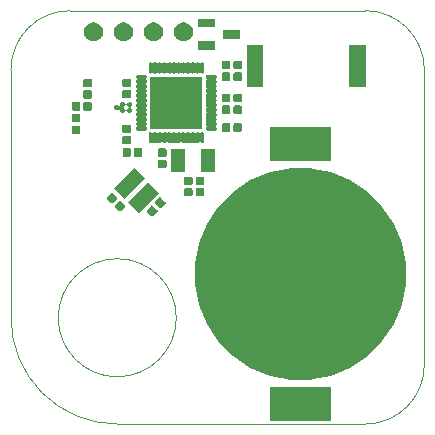
<source format=gbr>
G04 #@! TF.GenerationSoftware,KiCad,Pcbnew,(5.1.5-0-10_14)*
G04 #@! TF.CreationDate,2020-05-20T19:47:04+12:00*
G04 #@! TF.ProjectId,bluetooth-tracker,626c7565-746f-46f7-9468-2d747261636b,A*
G04 #@! TF.SameCoordinates,Original*
G04 #@! TF.FileFunction,Soldermask,Top*
G04 #@! TF.FilePolarity,Negative*
%FSLAX46Y46*%
G04 Gerber Fmt 4.6, Leading zero omitted, Abs format (unit mm)*
G04 Created by KiCad (PCBNEW (5.1.5-0-10_14)) date 2020-05-20 19:47:04*
%MOMM*%
%LPD*%
G04 APERTURE LIST*
%ADD10C,0.100000*%
G04 APERTURE END LIST*
D10*
X69400000Y-72000000D02*
G75*
G03X69400000Y-72000000I-5000000J0D01*
G01*
X60400000Y-46000001D02*
X85400000Y-46000001D01*
X85399999Y-81000000D02*
X64400000Y-81000000D01*
X90399999Y-76000002D02*
G75*
G02X85399999Y-81000000I-4999999J1D01*
G01*
X90400000Y-51000001D02*
X90400000Y-76000000D01*
X85400000Y-46000001D02*
G75*
G02X90400000Y-51000001I0J-5000000D01*
G01*
X55400001Y-51000001D02*
G75*
G02X60400001Y-46000001I5000000J0D01*
G01*
X55400000Y-71999999D02*
X55400000Y-51000001D01*
X64399999Y-81000000D02*
G75*
G02X55400000Y-71999999I1J9000000D01*
G01*
G36*
X82491000Y-80731000D02*
G01*
X77309000Y-80731000D01*
X77309000Y-77839000D01*
X82491000Y-77839000D01*
X82491000Y-80731000D01*
G37*
G36*
X80995800Y-59401803D02*
G01*
X82507994Y-59702597D01*
X84135152Y-60376588D01*
X85599555Y-61355072D01*
X86844928Y-62600445D01*
X87823412Y-64064848D01*
X88497403Y-65692006D01*
X88841000Y-67419388D01*
X88841000Y-69180612D01*
X88497403Y-70907994D01*
X87823412Y-72535152D01*
X86844928Y-73999555D01*
X85599555Y-75244928D01*
X84135152Y-76223412D01*
X82507994Y-76897403D01*
X80995800Y-77198197D01*
X80780613Y-77241000D01*
X79019387Y-77241000D01*
X78804200Y-77198197D01*
X77292006Y-76897403D01*
X75664848Y-76223412D01*
X74200445Y-75244928D01*
X72955072Y-73999555D01*
X71976588Y-72535152D01*
X71302597Y-70907994D01*
X70959000Y-69180612D01*
X70959000Y-67419388D01*
X71302597Y-65692006D01*
X71976588Y-64064848D01*
X72955072Y-62600445D01*
X74200445Y-61355072D01*
X75664848Y-60376588D01*
X77292006Y-59702597D01*
X78804200Y-59401803D01*
X79019387Y-59359000D01*
X80780613Y-59359000D01*
X80995800Y-59401803D01*
G37*
G36*
X67360813Y-62484438D02*
G01*
X67381432Y-62490693D01*
X67400428Y-62500846D01*
X67421849Y-62518426D01*
X67781574Y-62878151D01*
X67799154Y-62899572D01*
X67809307Y-62918568D01*
X67815562Y-62939187D01*
X67817673Y-62960625D01*
X67815562Y-62982063D01*
X67809307Y-63002682D01*
X67799154Y-63021678D01*
X67781574Y-63043099D01*
X67457205Y-63367468D01*
X67435784Y-63385048D01*
X67416788Y-63395201D01*
X67396169Y-63401456D01*
X67374731Y-63403567D01*
X67353293Y-63401456D01*
X67332674Y-63395201D01*
X67313678Y-63385048D01*
X67292257Y-63367468D01*
X66932532Y-63007743D01*
X66914952Y-62986322D01*
X66904799Y-62967326D01*
X66898544Y-62946707D01*
X66896433Y-62925269D01*
X66898544Y-62903831D01*
X66904799Y-62883212D01*
X66914952Y-62864216D01*
X66932532Y-62842795D01*
X67256901Y-62518426D01*
X67278322Y-62500846D01*
X67297318Y-62490693D01*
X67317937Y-62484438D01*
X67339375Y-62482327D01*
X67360813Y-62484438D01*
G37*
G36*
X67910602Y-61412132D02*
G01*
X66212132Y-63110602D01*
X65291479Y-62189949D01*
X66989949Y-60491479D01*
X67910602Y-61412132D01*
G37*
G36*
X64682063Y-62084438D02*
G01*
X64702682Y-62090693D01*
X64721678Y-62100846D01*
X64743099Y-62118426D01*
X65067468Y-62442795D01*
X65085048Y-62464216D01*
X65095201Y-62483212D01*
X65101456Y-62503831D01*
X65103567Y-62525269D01*
X65101456Y-62546707D01*
X65095201Y-62567326D01*
X65085048Y-62586322D01*
X65067468Y-62607743D01*
X64707743Y-62967468D01*
X64686322Y-62985048D01*
X64667326Y-62995201D01*
X64646707Y-63001456D01*
X64625269Y-63003567D01*
X64603831Y-63001456D01*
X64583212Y-62995201D01*
X64564216Y-62985048D01*
X64542795Y-62967468D01*
X64218426Y-62643099D01*
X64200846Y-62621678D01*
X64190693Y-62602682D01*
X64184438Y-62582063D01*
X64182327Y-62560625D01*
X64184438Y-62539187D01*
X64190693Y-62518568D01*
X64200846Y-62499572D01*
X64218426Y-62478151D01*
X64578151Y-62118426D01*
X64599572Y-62100846D01*
X64618568Y-62090693D01*
X64639187Y-62084438D01*
X64660625Y-62082327D01*
X64682063Y-62084438D01*
G37*
G36*
X68046707Y-61798544D02*
G01*
X68067326Y-61804799D01*
X68086322Y-61814952D01*
X68107743Y-61832532D01*
X68467468Y-62192257D01*
X68485048Y-62213678D01*
X68495201Y-62232674D01*
X68501456Y-62253293D01*
X68503567Y-62274731D01*
X68501456Y-62296169D01*
X68495201Y-62316788D01*
X68485048Y-62335784D01*
X68467468Y-62357205D01*
X68143099Y-62681574D01*
X68121678Y-62699154D01*
X68102682Y-62709307D01*
X68082063Y-62715562D01*
X68060625Y-62717673D01*
X68039187Y-62715562D01*
X68018568Y-62709307D01*
X67999572Y-62699154D01*
X67978151Y-62681574D01*
X67618426Y-62321849D01*
X67600846Y-62300428D01*
X67590693Y-62281432D01*
X67584438Y-62260813D01*
X67582327Y-62239375D01*
X67584438Y-62217937D01*
X67590693Y-62197318D01*
X67600846Y-62178322D01*
X67618426Y-62156901D01*
X67942795Y-61832532D01*
X67964216Y-61814952D01*
X67983212Y-61804799D01*
X68003831Y-61798544D01*
X68025269Y-61796433D01*
X68046707Y-61798544D01*
G37*
G36*
X63996169Y-61398544D02*
G01*
X64016788Y-61404799D01*
X64035784Y-61414952D01*
X64057205Y-61432532D01*
X64381574Y-61756901D01*
X64399154Y-61778322D01*
X64409307Y-61797318D01*
X64415562Y-61817937D01*
X64417673Y-61839375D01*
X64415562Y-61860813D01*
X64409307Y-61881432D01*
X64399154Y-61900428D01*
X64381574Y-61921849D01*
X64021849Y-62281574D01*
X64000428Y-62299154D01*
X63981432Y-62309307D01*
X63960813Y-62315562D01*
X63939375Y-62317673D01*
X63917937Y-62315562D01*
X63897318Y-62309307D01*
X63878322Y-62299154D01*
X63856901Y-62281574D01*
X63532532Y-61957205D01*
X63514952Y-61935784D01*
X63504799Y-61916788D01*
X63498544Y-61896169D01*
X63496433Y-61874731D01*
X63498544Y-61853293D01*
X63504799Y-61832674D01*
X63514952Y-61813678D01*
X63532532Y-61792257D01*
X63892257Y-61432532D01*
X63913678Y-61414952D01*
X63932674Y-61404799D01*
X63953293Y-61398544D01*
X63974731Y-61396433D01*
X63996169Y-61398544D01*
G37*
G36*
X66708521Y-60210051D02*
G01*
X65010051Y-61908521D01*
X64089398Y-60987868D01*
X65787868Y-59289398D01*
X66708521Y-60210051D01*
G37*
G36*
X71681938Y-61041716D02*
G01*
X71702557Y-61047971D01*
X71721553Y-61058124D01*
X71738208Y-61071792D01*
X71751876Y-61088447D01*
X71762029Y-61107443D01*
X71768284Y-61128062D01*
X71771000Y-61155640D01*
X71771000Y-61614360D01*
X71768284Y-61641938D01*
X71762029Y-61662557D01*
X71751876Y-61681553D01*
X71738208Y-61698208D01*
X71721553Y-61711876D01*
X71702557Y-61722029D01*
X71681938Y-61728284D01*
X71654360Y-61731000D01*
X71145640Y-61731000D01*
X71118062Y-61728284D01*
X71097443Y-61722029D01*
X71078447Y-61711876D01*
X71061792Y-61698208D01*
X71048124Y-61681553D01*
X71037971Y-61662557D01*
X71031716Y-61641938D01*
X71029000Y-61614360D01*
X71029000Y-61155640D01*
X71031716Y-61128062D01*
X71037971Y-61107443D01*
X71048124Y-61088447D01*
X71061792Y-61071792D01*
X71078447Y-61058124D01*
X71097443Y-61047971D01*
X71118062Y-61041716D01*
X71145640Y-61039000D01*
X71654360Y-61039000D01*
X71681938Y-61041716D01*
G37*
G36*
X70681938Y-61041716D02*
G01*
X70702557Y-61047971D01*
X70721553Y-61058124D01*
X70738208Y-61071792D01*
X70751876Y-61088447D01*
X70762029Y-61107443D01*
X70768284Y-61128062D01*
X70771000Y-61155640D01*
X70771000Y-61614360D01*
X70768284Y-61641938D01*
X70762029Y-61662557D01*
X70751876Y-61681553D01*
X70738208Y-61698208D01*
X70721553Y-61711876D01*
X70702557Y-61722029D01*
X70681938Y-61728284D01*
X70654360Y-61731000D01*
X70145640Y-61731000D01*
X70118062Y-61728284D01*
X70097443Y-61722029D01*
X70078447Y-61711876D01*
X70061792Y-61698208D01*
X70048124Y-61681553D01*
X70037971Y-61662557D01*
X70031716Y-61641938D01*
X70029000Y-61614360D01*
X70029000Y-61155640D01*
X70031716Y-61128062D01*
X70037971Y-61107443D01*
X70048124Y-61088447D01*
X70061792Y-61071792D01*
X70078447Y-61058124D01*
X70097443Y-61047971D01*
X70118062Y-61041716D01*
X70145640Y-61039000D01*
X70654360Y-61039000D01*
X70681938Y-61041716D01*
G37*
G36*
X71681938Y-60071716D02*
G01*
X71702557Y-60077971D01*
X71721553Y-60088124D01*
X71738208Y-60101792D01*
X71751876Y-60118447D01*
X71762029Y-60137443D01*
X71768284Y-60158062D01*
X71771000Y-60185640D01*
X71771000Y-60644360D01*
X71768284Y-60671938D01*
X71762029Y-60692557D01*
X71751876Y-60711553D01*
X71738208Y-60728208D01*
X71721553Y-60741876D01*
X71702557Y-60752029D01*
X71681938Y-60758284D01*
X71654360Y-60761000D01*
X71145640Y-60761000D01*
X71118062Y-60758284D01*
X71097443Y-60752029D01*
X71078447Y-60741876D01*
X71061792Y-60728208D01*
X71048124Y-60711553D01*
X71037971Y-60692557D01*
X71031716Y-60671938D01*
X71029000Y-60644360D01*
X71029000Y-60185640D01*
X71031716Y-60158062D01*
X71037971Y-60137443D01*
X71048124Y-60118447D01*
X71061792Y-60101792D01*
X71078447Y-60088124D01*
X71097443Y-60077971D01*
X71118062Y-60071716D01*
X71145640Y-60069000D01*
X71654360Y-60069000D01*
X71681938Y-60071716D01*
G37*
G36*
X70681938Y-60071716D02*
G01*
X70702557Y-60077971D01*
X70721553Y-60088124D01*
X70738208Y-60101792D01*
X70751876Y-60118447D01*
X70762029Y-60137443D01*
X70768284Y-60158062D01*
X70771000Y-60185640D01*
X70771000Y-60644360D01*
X70768284Y-60671938D01*
X70762029Y-60692557D01*
X70751876Y-60711553D01*
X70738208Y-60728208D01*
X70721553Y-60741876D01*
X70702557Y-60752029D01*
X70681938Y-60758284D01*
X70654360Y-60761000D01*
X70145640Y-60761000D01*
X70118062Y-60758284D01*
X70097443Y-60752029D01*
X70078447Y-60741876D01*
X70061792Y-60728208D01*
X70048124Y-60711553D01*
X70037971Y-60692557D01*
X70031716Y-60671938D01*
X70029000Y-60644360D01*
X70029000Y-60185640D01*
X70031716Y-60158062D01*
X70037971Y-60137443D01*
X70048124Y-60118447D01*
X70061792Y-60101792D01*
X70078447Y-60088124D01*
X70097443Y-60077971D01*
X70118062Y-60071716D01*
X70145640Y-60069000D01*
X70654360Y-60069000D01*
X70681938Y-60071716D01*
G37*
G36*
X72669628Y-59701000D02*
G01*
X71467628Y-59701000D01*
X71467628Y-57699000D01*
X72669628Y-57699000D01*
X72669628Y-59701000D01*
G37*
G36*
X70169628Y-59701000D02*
G01*
X68967628Y-59701000D01*
X68967628Y-57699000D01*
X70169628Y-57699000D01*
X70169628Y-59701000D01*
G37*
G36*
X68481938Y-58641716D02*
G01*
X68502557Y-58647971D01*
X68521553Y-58658124D01*
X68538208Y-58671792D01*
X68551876Y-58688447D01*
X68562029Y-58707443D01*
X68568284Y-58728062D01*
X68571000Y-58755640D01*
X68571000Y-59214360D01*
X68568284Y-59241938D01*
X68562029Y-59262557D01*
X68551876Y-59281553D01*
X68538208Y-59298208D01*
X68521553Y-59311876D01*
X68502557Y-59322029D01*
X68481938Y-59328284D01*
X68454360Y-59331000D01*
X67945640Y-59331000D01*
X67918062Y-59328284D01*
X67897443Y-59322029D01*
X67878447Y-59311876D01*
X67861792Y-59298208D01*
X67848124Y-59281553D01*
X67837971Y-59262557D01*
X67831716Y-59241938D01*
X67829000Y-59214360D01*
X67829000Y-58755640D01*
X67831716Y-58728062D01*
X67837971Y-58707443D01*
X67848124Y-58688447D01*
X67861792Y-58671792D01*
X67878447Y-58658124D01*
X67897443Y-58647971D01*
X67918062Y-58641716D01*
X67945640Y-58639000D01*
X68454360Y-58639000D01*
X68481938Y-58641716D01*
G37*
G36*
X82491000Y-58761000D02*
G01*
X77309000Y-58761000D01*
X77309000Y-55869000D01*
X82491000Y-55869000D01*
X82491000Y-58761000D01*
G37*
G36*
X66426938Y-57631716D02*
G01*
X66447557Y-57637971D01*
X66466553Y-57648124D01*
X66483208Y-57661792D01*
X66496876Y-57678447D01*
X66507029Y-57697443D01*
X66513284Y-57718062D01*
X66516000Y-57745640D01*
X66516000Y-58254360D01*
X66513284Y-58281938D01*
X66507029Y-58302557D01*
X66496876Y-58321553D01*
X66483208Y-58338208D01*
X66466553Y-58351876D01*
X66447557Y-58362029D01*
X66426938Y-58368284D01*
X66399360Y-58371000D01*
X65940640Y-58371000D01*
X65913062Y-58368284D01*
X65892443Y-58362029D01*
X65873447Y-58351876D01*
X65856792Y-58338208D01*
X65843124Y-58321553D01*
X65832971Y-58302557D01*
X65826716Y-58281938D01*
X65824000Y-58254360D01*
X65824000Y-57745640D01*
X65826716Y-57718062D01*
X65832971Y-57697443D01*
X65843124Y-57678447D01*
X65856792Y-57661792D01*
X65873447Y-57648124D01*
X65892443Y-57637971D01*
X65913062Y-57631716D01*
X65940640Y-57629000D01*
X66399360Y-57629000D01*
X66426938Y-57631716D01*
G37*
G36*
X65456938Y-57631716D02*
G01*
X65477557Y-57637971D01*
X65496553Y-57648124D01*
X65513208Y-57661792D01*
X65526876Y-57678447D01*
X65537029Y-57697443D01*
X65543284Y-57718062D01*
X65546000Y-57745640D01*
X65546000Y-58254360D01*
X65543284Y-58281938D01*
X65537029Y-58302557D01*
X65526876Y-58321553D01*
X65513208Y-58338208D01*
X65496553Y-58351876D01*
X65477557Y-58362029D01*
X65456938Y-58368284D01*
X65429360Y-58371000D01*
X64970640Y-58371000D01*
X64943062Y-58368284D01*
X64922443Y-58362029D01*
X64903447Y-58351876D01*
X64886792Y-58338208D01*
X64873124Y-58321553D01*
X64862971Y-58302557D01*
X64856716Y-58281938D01*
X64854000Y-58254360D01*
X64854000Y-57745640D01*
X64856716Y-57718062D01*
X64862971Y-57697443D01*
X64873124Y-57678447D01*
X64886792Y-57661792D01*
X64903447Y-57648124D01*
X64922443Y-57637971D01*
X64943062Y-57631716D01*
X64970640Y-57629000D01*
X65429360Y-57629000D01*
X65456938Y-57631716D01*
G37*
G36*
X68481938Y-57671716D02*
G01*
X68502557Y-57677971D01*
X68521553Y-57688124D01*
X68538208Y-57701792D01*
X68551876Y-57718447D01*
X68562029Y-57737443D01*
X68568284Y-57758062D01*
X68571000Y-57785640D01*
X68571000Y-58244360D01*
X68568284Y-58271938D01*
X68562029Y-58292557D01*
X68551876Y-58311553D01*
X68538208Y-58328208D01*
X68521553Y-58341876D01*
X68502557Y-58352029D01*
X68481938Y-58358284D01*
X68454360Y-58361000D01*
X67945640Y-58361000D01*
X67918062Y-58358284D01*
X67897443Y-58352029D01*
X67878447Y-58341876D01*
X67861792Y-58328208D01*
X67848124Y-58311553D01*
X67837971Y-58292557D01*
X67831716Y-58271938D01*
X67829000Y-58244360D01*
X67829000Y-57785640D01*
X67831716Y-57758062D01*
X67837971Y-57737443D01*
X67848124Y-57718447D01*
X67861792Y-57701792D01*
X67878447Y-57688124D01*
X67897443Y-57677971D01*
X67918062Y-57671716D01*
X67945640Y-57669000D01*
X68454360Y-57669000D01*
X68481938Y-57671716D01*
G37*
G36*
X65481938Y-56626716D02*
G01*
X65502557Y-56632971D01*
X65521553Y-56643124D01*
X65538208Y-56656792D01*
X65551876Y-56673447D01*
X65562029Y-56692443D01*
X65568284Y-56713062D01*
X65571000Y-56740640D01*
X65571000Y-57199360D01*
X65568284Y-57226938D01*
X65562029Y-57247557D01*
X65551876Y-57266553D01*
X65538208Y-57283208D01*
X65521553Y-57296876D01*
X65502557Y-57307029D01*
X65481938Y-57313284D01*
X65454360Y-57316000D01*
X64945640Y-57316000D01*
X64918062Y-57313284D01*
X64897443Y-57307029D01*
X64878447Y-57296876D01*
X64861792Y-57283208D01*
X64848124Y-57266553D01*
X64837971Y-57247557D01*
X64831716Y-57226938D01*
X64829000Y-57199360D01*
X64829000Y-56740640D01*
X64831716Y-56713062D01*
X64837971Y-56692443D01*
X64848124Y-56673447D01*
X64861792Y-56656792D01*
X64878447Y-56643124D01*
X64897443Y-56632971D01*
X64918062Y-56626716D01*
X64945640Y-56624000D01*
X65454360Y-56624000D01*
X65481938Y-56626716D01*
G37*
G36*
X67209867Y-56274242D02*
G01*
X67229601Y-56276185D01*
X67258065Y-56284820D01*
X67277726Y-56295329D01*
X67284299Y-56298842D01*
X67312060Y-56321625D01*
X67320705Y-56330270D01*
X67341080Y-56343883D01*
X67363719Y-56353260D01*
X67387753Y-56358039D01*
X67412257Y-56358039D01*
X67436290Y-56353257D01*
X67458928Y-56343880D01*
X67479302Y-56330265D01*
X67487941Y-56321625D01*
X67515702Y-56298842D01*
X67522275Y-56295329D01*
X67541936Y-56284820D01*
X67570400Y-56276185D01*
X67600000Y-56273270D01*
X67600001Y-56273270D01*
X67609867Y-56274242D01*
X67629601Y-56276185D01*
X67658065Y-56284820D01*
X67677726Y-56295329D01*
X67684299Y-56298842D01*
X67712060Y-56321625D01*
X67720705Y-56330270D01*
X67741080Y-56343883D01*
X67763719Y-56353260D01*
X67787753Y-56358039D01*
X67812257Y-56358039D01*
X67836290Y-56353257D01*
X67858928Y-56343880D01*
X67879302Y-56330265D01*
X67887941Y-56321625D01*
X67915702Y-56298842D01*
X67922275Y-56295329D01*
X67941936Y-56284820D01*
X67970400Y-56276185D01*
X68000000Y-56273270D01*
X68000001Y-56273270D01*
X68009867Y-56274242D01*
X68029601Y-56276185D01*
X68058065Y-56284820D01*
X68077726Y-56295329D01*
X68084299Y-56298842D01*
X68112060Y-56321625D01*
X68120705Y-56330270D01*
X68141080Y-56343883D01*
X68163719Y-56353260D01*
X68187753Y-56358039D01*
X68212257Y-56358039D01*
X68236290Y-56353257D01*
X68258928Y-56343880D01*
X68279302Y-56330265D01*
X68287941Y-56321625D01*
X68315702Y-56298842D01*
X68322275Y-56295329D01*
X68341936Y-56284820D01*
X68370400Y-56276185D01*
X68400000Y-56273270D01*
X68400001Y-56273270D01*
X68409867Y-56274242D01*
X68429601Y-56276185D01*
X68458065Y-56284820D01*
X68477726Y-56295329D01*
X68484299Y-56298842D01*
X68512060Y-56321625D01*
X68520705Y-56330270D01*
X68541080Y-56343883D01*
X68563719Y-56353260D01*
X68587753Y-56358039D01*
X68612257Y-56358039D01*
X68636290Y-56353257D01*
X68658928Y-56343880D01*
X68679302Y-56330265D01*
X68687941Y-56321625D01*
X68715702Y-56298842D01*
X68722275Y-56295329D01*
X68741936Y-56284820D01*
X68770400Y-56276185D01*
X68800000Y-56273270D01*
X68800001Y-56273270D01*
X68809867Y-56274242D01*
X68829601Y-56276185D01*
X68858065Y-56284820D01*
X68877726Y-56295329D01*
X68884299Y-56298842D01*
X68912060Y-56321625D01*
X68920705Y-56330270D01*
X68941080Y-56343883D01*
X68963719Y-56353260D01*
X68987753Y-56358039D01*
X69012257Y-56358039D01*
X69036290Y-56353257D01*
X69058928Y-56343880D01*
X69079302Y-56330265D01*
X69087941Y-56321625D01*
X69115702Y-56298842D01*
X69122275Y-56295329D01*
X69141936Y-56284820D01*
X69170400Y-56276185D01*
X69200000Y-56273270D01*
X69200001Y-56273270D01*
X69209867Y-56274242D01*
X69229601Y-56276185D01*
X69258065Y-56284820D01*
X69277726Y-56295329D01*
X69284299Y-56298842D01*
X69312060Y-56321625D01*
X69320705Y-56330270D01*
X69341080Y-56343883D01*
X69363719Y-56353260D01*
X69387753Y-56358039D01*
X69412257Y-56358039D01*
X69436290Y-56353257D01*
X69458928Y-56343880D01*
X69479302Y-56330265D01*
X69487941Y-56321625D01*
X69515702Y-56298842D01*
X69522275Y-56295329D01*
X69541936Y-56284820D01*
X69570400Y-56276185D01*
X69600000Y-56273270D01*
X69600001Y-56273270D01*
X69609867Y-56274242D01*
X69629601Y-56276185D01*
X69658065Y-56284820D01*
X69677726Y-56295329D01*
X69684299Y-56298842D01*
X69712060Y-56321625D01*
X69720705Y-56330270D01*
X69741080Y-56343883D01*
X69763719Y-56353260D01*
X69787753Y-56358039D01*
X69812257Y-56358039D01*
X69836290Y-56353257D01*
X69858928Y-56343880D01*
X69879302Y-56330265D01*
X69887941Y-56321625D01*
X69915702Y-56298842D01*
X69922275Y-56295329D01*
X69941936Y-56284820D01*
X69970400Y-56276185D01*
X70000000Y-56273270D01*
X70000001Y-56273270D01*
X70009867Y-56274242D01*
X70029601Y-56276185D01*
X70058065Y-56284820D01*
X70077726Y-56295329D01*
X70084299Y-56298842D01*
X70112060Y-56321625D01*
X70120705Y-56330270D01*
X70141080Y-56343883D01*
X70163719Y-56353260D01*
X70187753Y-56358039D01*
X70212257Y-56358039D01*
X70236290Y-56353257D01*
X70258928Y-56343880D01*
X70279302Y-56330265D01*
X70287941Y-56321625D01*
X70315702Y-56298842D01*
X70322275Y-56295329D01*
X70341936Y-56284820D01*
X70370400Y-56276185D01*
X70400000Y-56273270D01*
X70400001Y-56273270D01*
X70409867Y-56274242D01*
X70429601Y-56276185D01*
X70458065Y-56284820D01*
X70477726Y-56295329D01*
X70484299Y-56298842D01*
X70512060Y-56321625D01*
X70520705Y-56330270D01*
X70541080Y-56343883D01*
X70563719Y-56353260D01*
X70587753Y-56358039D01*
X70612257Y-56358039D01*
X70636290Y-56353257D01*
X70658928Y-56343880D01*
X70679302Y-56330265D01*
X70687941Y-56321625D01*
X70715702Y-56298842D01*
X70722275Y-56295329D01*
X70741936Y-56284820D01*
X70770400Y-56276185D01*
X70800000Y-56273270D01*
X70800001Y-56273270D01*
X70809867Y-56274242D01*
X70829601Y-56276185D01*
X70858065Y-56284820D01*
X70877726Y-56295329D01*
X70884299Y-56298842D01*
X70912060Y-56321625D01*
X70920705Y-56330270D01*
X70941080Y-56343883D01*
X70963719Y-56353260D01*
X70987753Y-56358039D01*
X71012257Y-56358039D01*
X71036290Y-56353257D01*
X71058928Y-56343880D01*
X71079302Y-56330265D01*
X71087941Y-56321625D01*
X71115702Y-56298842D01*
X71122275Y-56295329D01*
X71141936Y-56284820D01*
X71170400Y-56276185D01*
X71200000Y-56273270D01*
X71200001Y-56273270D01*
X71209867Y-56274242D01*
X71229601Y-56276185D01*
X71258065Y-56284820D01*
X71277726Y-56295329D01*
X71284299Y-56298842D01*
X71312060Y-56321625D01*
X71320705Y-56330270D01*
X71341080Y-56343883D01*
X71363719Y-56353260D01*
X71387753Y-56358039D01*
X71412257Y-56358039D01*
X71436290Y-56353257D01*
X71458928Y-56343880D01*
X71479302Y-56330265D01*
X71487941Y-56321625D01*
X71515702Y-56298842D01*
X71522275Y-56295329D01*
X71541936Y-56284820D01*
X71570400Y-56276185D01*
X71600000Y-56273270D01*
X71600001Y-56273270D01*
X71609867Y-56274242D01*
X71629601Y-56276185D01*
X71658065Y-56284820D01*
X71677726Y-56295329D01*
X71684299Y-56298842D01*
X71707290Y-56317710D01*
X71726158Y-56340701D01*
X71726159Y-56340703D01*
X71740180Y-56366935D01*
X71748815Y-56395399D01*
X71751000Y-56417587D01*
X71751000Y-57082413D01*
X71748815Y-57104601D01*
X71740180Y-57133065D01*
X71732869Y-57146743D01*
X71726158Y-57159299D01*
X71707290Y-57182290D01*
X71684297Y-57201159D01*
X71658068Y-57215179D01*
X71650658Y-57217427D01*
X71629600Y-57223815D01*
X71600000Y-57226730D01*
X71599999Y-57226730D01*
X71590133Y-57225758D01*
X71570399Y-57223815D01*
X71541935Y-57215180D01*
X71515703Y-57201159D01*
X71515701Y-57201158D01*
X71487940Y-57178375D01*
X71479298Y-57169733D01*
X71458923Y-57156119D01*
X71436284Y-57146742D01*
X71412251Y-57141962D01*
X71387747Y-57141962D01*
X71363714Y-57146743D01*
X71341075Y-57156120D01*
X71320701Y-57169734D01*
X71312060Y-57178375D01*
X71284297Y-57201159D01*
X71258068Y-57215179D01*
X71250658Y-57217427D01*
X71229600Y-57223815D01*
X71200000Y-57226730D01*
X71199999Y-57226730D01*
X71190133Y-57225758D01*
X71170399Y-57223815D01*
X71141935Y-57215180D01*
X71115703Y-57201159D01*
X71115701Y-57201158D01*
X71087940Y-57178375D01*
X71079298Y-57169733D01*
X71058923Y-57156119D01*
X71036284Y-57146742D01*
X71012251Y-57141962D01*
X70987747Y-57141962D01*
X70963714Y-57146743D01*
X70941075Y-57156120D01*
X70920701Y-57169734D01*
X70912060Y-57178375D01*
X70884297Y-57201159D01*
X70858068Y-57215179D01*
X70850658Y-57217427D01*
X70829600Y-57223815D01*
X70800000Y-57226730D01*
X70799999Y-57226730D01*
X70790133Y-57225758D01*
X70770399Y-57223815D01*
X70741935Y-57215180D01*
X70715703Y-57201159D01*
X70715701Y-57201158D01*
X70687940Y-57178375D01*
X70679298Y-57169733D01*
X70658923Y-57156119D01*
X70636284Y-57146742D01*
X70612251Y-57141962D01*
X70587747Y-57141962D01*
X70563714Y-57146743D01*
X70541075Y-57156120D01*
X70520701Y-57169734D01*
X70512060Y-57178375D01*
X70484297Y-57201159D01*
X70458068Y-57215179D01*
X70450658Y-57217427D01*
X70429600Y-57223815D01*
X70400000Y-57226730D01*
X70399999Y-57226730D01*
X70390133Y-57225758D01*
X70370399Y-57223815D01*
X70341935Y-57215180D01*
X70315703Y-57201159D01*
X70315701Y-57201158D01*
X70287940Y-57178375D01*
X70279298Y-57169733D01*
X70258923Y-57156119D01*
X70236284Y-57146742D01*
X70212251Y-57141962D01*
X70187747Y-57141962D01*
X70163714Y-57146743D01*
X70141075Y-57156120D01*
X70120701Y-57169734D01*
X70112060Y-57178375D01*
X70084297Y-57201159D01*
X70058068Y-57215179D01*
X70050658Y-57217427D01*
X70029600Y-57223815D01*
X70000000Y-57226730D01*
X69999999Y-57226730D01*
X69990133Y-57225758D01*
X69970399Y-57223815D01*
X69941935Y-57215180D01*
X69915703Y-57201159D01*
X69915701Y-57201158D01*
X69887940Y-57178375D01*
X69879298Y-57169733D01*
X69858923Y-57156119D01*
X69836284Y-57146742D01*
X69812251Y-57141962D01*
X69787747Y-57141962D01*
X69763714Y-57146743D01*
X69741075Y-57156120D01*
X69720701Y-57169734D01*
X69712060Y-57178375D01*
X69684297Y-57201159D01*
X69658068Y-57215179D01*
X69650658Y-57217427D01*
X69629600Y-57223815D01*
X69600000Y-57226730D01*
X69599999Y-57226730D01*
X69590133Y-57225758D01*
X69570399Y-57223815D01*
X69541935Y-57215180D01*
X69515703Y-57201159D01*
X69515701Y-57201158D01*
X69487940Y-57178375D01*
X69479298Y-57169733D01*
X69458923Y-57156119D01*
X69436284Y-57146742D01*
X69412251Y-57141962D01*
X69387747Y-57141962D01*
X69363714Y-57146743D01*
X69341075Y-57156120D01*
X69320701Y-57169734D01*
X69312060Y-57178375D01*
X69284297Y-57201159D01*
X69258068Y-57215179D01*
X69250658Y-57217427D01*
X69229600Y-57223815D01*
X69200000Y-57226730D01*
X69199999Y-57226730D01*
X69190133Y-57225758D01*
X69170399Y-57223815D01*
X69141935Y-57215180D01*
X69115703Y-57201159D01*
X69115701Y-57201158D01*
X69087940Y-57178375D01*
X69079298Y-57169733D01*
X69058923Y-57156119D01*
X69036284Y-57146742D01*
X69012251Y-57141962D01*
X68987747Y-57141962D01*
X68963714Y-57146743D01*
X68941075Y-57156120D01*
X68920701Y-57169734D01*
X68912060Y-57178375D01*
X68884297Y-57201159D01*
X68858068Y-57215179D01*
X68850658Y-57217427D01*
X68829600Y-57223815D01*
X68800000Y-57226730D01*
X68799999Y-57226730D01*
X68790133Y-57225758D01*
X68770399Y-57223815D01*
X68741935Y-57215180D01*
X68715703Y-57201159D01*
X68715701Y-57201158D01*
X68687940Y-57178375D01*
X68679298Y-57169733D01*
X68658923Y-57156119D01*
X68636284Y-57146742D01*
X68612251Y-57141962D01*
X68587747Y-57141962D01*
X68563714Y-57146743D01*
X68541075Y-57156120D01*
X68520701Y-57169734D01*
X68512060Y-57178375D01*
X68484297Y-57201159D01*
X68458068Y-57215179D01*
X68450658Y-57217427D01*
X68429600Y-57223815D01*
X68400000Y-57226730D01*
X68399999Y-57226730D01*
X68390133Y-57225758D01*
X68370399Y-57223815D01*
X68341935Y-57215180D01*
X68315703Y-57201159D01*
X68315701Y-57201158D01*
X68287940Y-57178375D01*
X68279298Y-57169733D01*
X68258923Y-57156119D01*
X68236284Y-57146742D01*
X68212251Y-57141962D01*
X68187747Y-57141962D01*
X68163714Y-57146743D01*
X68141075Y-57156120D01*
X68120701Y-57169734D01*
X68112060Y-57178375D01*
X68084297Y-57201159D01*
X68058068Y-57215179D01*
X68050658Y-57217427D01*
X68029600Y-57223815D01*
X68000000Y-57226730D01*
X67999999Y-57226730D01*
X67990133Y-57225758D01*
X67970399Y-57223815D01*
X67941935Y-57215180D01*
X67915703Y-57201159D01*
X67915701Y-57201158D01*
X67887940Y-57178375D01*
X67879298Y-57169733D01*
X67858923Y-57156119D01*
X67836284Y-57146742D01*
X67812251Y-57141962D01*
X67787747Y-57141962D01*
X67763714Y-57146743D01*
X67741075Y-57156120D01*
X67720701Y-57169734D01*
X67712060Y-57178375D01*
X67684297Y-57201159D01*
X67658068Y-57215179D01*
X67650658Y-57217427D01*
X67629600Y-57223815D01*
X67600000Y-57226730D01*
X67599999Y-57226730D01*
X67590133Y-57225758D01*
X67570399Y-57223815D01*
X67541935Y-57215180D01*
X67515703Y-57201159D01*
X67515701Y-57201158D01*
X67487940Y-57178375D01*
X67479298Y-57169733D01*
X67458923Y-57156119D01*
X67436284Y-57146742D01*
X67412251Y-57141962D01*
X67387747Y-57141962D01*
X67363714Y-57146743D01*
X67341075Y-57156120D01*
X67320701Y-57169734D01*
X67312060Y-57178375D01*
X67284297Y-57201159D01*
X67258068Y-57215179D01*
X67250658Y-57217427D01*
X67229600Y-57223815D01*
X67200000Y-57226730D01*
X67199999Y-57226730D01*
X67190133Y-57225758D01*
X67170399Y-57223815D01*
X67141935Y-57215180D01*
X67115703Y-57201159D01*
X67115701Y-57201158D01*
X67092710Y-57182290D01*
X67073841Y-57159297D01*
X67059821Y-57133068D01*
X67057573Y-57125658D01*
X67051185Y-57104600D01*
X67049000Y-57082412D01*
X67049001Y-56417587D01*
X67051186Y-56395399D01*
X67059821Y-56366935D01*
X67073842Y-56340703D01*
X67073843Y-56340701D01*
X67092711Y-56317710D01*
X67115702Y-56298842D01*
X67122275Y-56295329D01*
X67141936Y-56284820D01*
X67170400Y-56276185D01*
X67200000Y-56273270D01*
X67200001Y-56273270D01*
X67209867Y-56274242D01*
G37*
G36*
X61181938Y-55726716D02*
G01*
X61202557Y-55732971D01*
X61221553Y-55743124D01*
X61238208Y-55756792D01*
X61251876Y-55773447D01*
X61262029Y-55792443D01*
X61268284Y-55813062D01*
X61271000Y-55840640D01*
X61271000Y-56299360D01*
X61268284Y-56326938D01*
X61262029Y-56347557D01*
X61251876Y-56366553D01*
X61238208Y-56383208D01*
X61221553Y-56396876D01*
X61202557Y-56407029D01*
X61181938Y-56413284D01*
X61154360Y-56416000D01*
X60645640Y-56416000D01*
X60618062Y-56413284D01*
X60597443Y-56407029D01*
X60578447Y-56396876D01*
X60561792Y-56383208D01*
X60548124Y-56366553D01*
X60537971Y-56347557D01*
X60531716Y-56326938D01*
X60529000Y-56299360D01*
X60529000Y-55840640D01*
X60531716Y-55813062D01*
X60537971Y-55792443D01*
X60548124Y-55773447D01*
X60561792Y-55756792D01*
X60578447Y-55743124D01*
X60597443Y-55732971D01*
X60618062Y-55726716D01*
X60645640Y-55724000D01*
X61154360Y-55724000D01*
X61181938Y-55726716D01*
G37*
G36*
X65481938Y-55656716D02*
G01*
X65502557Y-55662971D01*
X65521553Y-55673124D01*
X65538208Y-55686792D01*
X65551876Y-55703447D01*
X65562029Y-55722443D01*
X65568284Y-55743062D01*
X65571000Y-55770640D01*
X65571000Y-56229360D01*
X65568284Y-56256938D01*
X65562029Y-56277557D01*
X65551876Y-56296553D01*
X65538208Y-56313208D01*
X65521553Y-56326876D01*
X65502557Y-56337029D01*
X65481938Y-56343284D01*
X65454360Y-56346000D01*
X64945640Y-56346000D01*
X64918062Y-56343284D01*
X64897443Y-56337029D01*
X64878447Y-56326876D01*
X64861792Y-56313208D01*
X64848124Y-56296553D01*
X64837971Y-56277557D01*
X64831716Y-56256938D01*
X64829000Y-56229360D01*
X64829000Y-55770640D01*
X64831716Y-55743062D01*
X64837971Y-55722443D01*
X64848124Y-55703447D01*
X64861792Y-55686792D01*
X64878447Y-55673124D01*
X64897443Y-55662971D01*
X64918062Y-55656716D01*
X64945640Y-55654000D01*
X65454360Y-55654000D01*
X65481938Y-55656716D01*
G37*
G36*
X74841938Y-55531716D02*
G01*
X74862557Y-55537971D01*
X74881553Y-55548124D01*
X74898208Y-55561792D01*
X74911876Y-55578447D01*
X74922029Y-55597443D01*
X74928284Y-55618062D01*
X74931000Y-55645640D01*
X74931000Y-56154360D01*
X74928284Y-56181938D01*
X74922029Y-56202557D01*
X74911876Y-56221553D01*
X74898208Y-56238208D01*
X74881553Y-56251876D01*
X74862557Y-56262029D01*
X74841938Y-56268284D01*
X74814360Y-56271000D01*
X74355640Y-56271000D01*
X74328062Y-56268284D01*
X74307443Y-56262029D01*
X74288447Y-56251876D01*
X74271792Y-56238208D01*
X74258124Y-56221553D01*
X74247971Y-56202557D01*
X74241716Y-56181938D01*
X74239000Y-56154360D01*
X74239000Y-55645640D01*
X74241716Y-55618062D01*
X74247971Y-55597443D01*
X74258124Y-55578447D01*
X74271792Y-55561792D01*
X74288447Y-55548124D01*
X74307443Y-55537971D01*
X74328062Y-55531716D01*
X74355640Y-55529000D01*
X74814360Y-55529000D01*
X74841938Y-55531716D01*
G37*
G36*
X73871938Y-55531716D02*
G01*
X73892557Y-55537971D01*
X73911553Y-55548124D01*
X73928208Y-55561792D01*
X73941876Y-55578447D01*
X73952029Y-55597443D01*
X73958284Y-55618062D01*
X73961000Y-55645640D01*
X73961000Y-56154360D01*
X73958284Y-56181938D01*
X73952029Y-56202557D01*
X73941876Y-56221553D01*
X73928208Y-56238208D01*
X73911553Y-56251876D01*
X73892557Y-56262029D01*
X73871938Y-56268284D01*
X73844360Y-56271000D01*
X73385640Y-56271000D01*
X73358062Y-56268284D01*
X73337443Y-56262029D01*
X73318447Y-56251876D01*
X73301792Y-56238208D01*
X73288124Y-56221553D01*
X73277971Y-56202557D01*
X73271716Y-56181938D01*
X73269000Y-56154360D01*
X73269000Y-55645640D01*
X73271716Y-55618062D01*
X73277971Y-55597443D01*
X73288124Y-55578447D01*
X73301792Y-55561792D01*
X73318447Y-55548124D01*
X73337443Y-55537971D01*
X73358062Y-55531716D01*
X73385640Y-55529000D01*
X73844360Y-55529000D01*
X73871938Y-55531716D01*
G37*
G36*
X72689809Y-51449728D02*
G01*
X72704601Y-51451185D01*
X72733065Y-51459820D01*
X72755913Y-51472032D01*
X72759299Y-51473842D01*
X72782290Y-51492710D01*
X72801158Y-51515701D01*
X72801159Y-51515703D01*
X72815180Y-51541935D01*
X72823815Y-51570399D01*
X72826730Y-51600000D01*
X72823815Y-51629601D01*
X72815180Y-51658065D01*
X72815179Y-51658066D01*
X72801158Y-51684299D01*
X72778375Y-51712060D01*
X72769733Y-51720702D01*
X72756119Y-51741077D01*
X72746742Y-51763716D01*
X72741962Y-51787749D01*
X72741962Y-51812253D01*
X72746743Y-51836286D01*
X72756120Y-51858925D01*
X72769734Y-51879299D01*
X72778375Y-51887940D01*
X72801158Y-51915701D01*
X72801159Y-51915703D01*
X72815180Y-51941935D01*
X72823815Y-51970399D01*
X72826730Y-52000000D01*
X72823815Y-52029601D01*
X72815180Y-52058065D01*
X72815179Y-52058066D01*
X72801158Y-52084299D01*
X72778375Y-52112060D01*
X72769733Y-52120702D01*
X72756119Y-52141077D01*
X72746742Y-52163716D01*
X72741962Y-52187749D01*
X72741962Y-52212253D01*
X72746743Y-52236286D01*
X72756120Y-52258925D01*
X72769734Y-52279299D01*
X72778375Y-52287940D01*
X72801158Y-52315701D01*
X72801159Y-52315703D01*
X72815180Y-52341935D01*
X72823815Y-52370399D01*
X72826730Y-52400000D01*
X72823815Y-52429601D01*
X72815180Y-52458065D01*
X72807370Y-52472676D01*
X72801158Y-52484299D01*
X72778375Y-52512060D01*
X72769733Y-52520702D01*
X72756119Y-52541077D01*
X72746742Y-52563716D01*
X72741962Y-52587749D01*
X72741962Y-52612253D01*
X72746743Y-52636286D01*
X72756120Y-52658925D01*
X72769734Y-52679299D01*
X72778375Y-52687940D01*
X72801158Y-52715701D01*
X72801159Y-52715703D01*
X72815180Y-52741935D01*
X72823815Y-52770399D01*
X72826730Y-52800000D01*
X72823815Y-52829601D01*
X72815180Y-52858065D01*
X72804392Y-52878249D01*
X72801158Y-52884299D01*
X72778375Y-52912060D01*
X72769733Y-52920702D01*
X72756119Y-52941077D01*
X72746742Y-52963716D01*
X72741962Y-52987749D01*
X72741962Y-53012253D01*
X72746743Y-53036286D01*
X72756120Y-53058925D01*
X72769734Y-53079299D01*
X72778375Y-53087940D01*
X72801158Y-53115701D01*
X72801159Y-53115703D01*
X72815180Y-53141935D01*
X72823815Y-53170399D01*
X72826730Y-53200000D01*
X72823815Y-53229601D01*
X72815180Y-53258065D01*
X72815179Y-53258066D01*
X72801158Y-53284299D01*
X72778375Y-53312060D01*
X72769733Y-53320702D01*
X72756119Y-53341077D01*
X72746742Y-53363716D01*
X72741962Y-53387749D01*
X72741962Y-53412253D01*
X72746743Y-53436286D01*
X72756120Y-53458925D01*
X72769734Y-53479299D01*
X72778375Y-53487940D01*
X72801158Y-53515701D01*
X72801159Y-53515703D01*
X72815180Y-53541935D01*
X72823815Y-53570399D01*
X72826730Y-53600000D01*
X72823815Y-53629601D01*
X72815180Y-53658065D01*
X72802968Y-53680913D01*
X72801158Y-53684299D01*
X72778375Y-53712060D01*
X72769733Y-53720702D01*
X72756119Y-53741077D01*
X72746742Y-53763716D01*
X72741962Y-53787749D01*
X72741962Y-53812253D01*
X72746743Y-53836286D01*
X72756120Y-53858925D01*
X72769734Y-53879299D01*
X72778375Y-53887940D01*
X72801158Y-53915701D01*
X72801159Y-53915703D01*
X72815180Y-53941935D01*
X72823815Y-53970399D01*
X72826730Y-54000000D01*
X72823815Y-54029601D01*
X72815180Y-54058065D01*
X72811207Y-54065498D01*
X72801158Y-54084299D01*
X72778375Y-54112060D01*
X72769733Y-54120702D01*
X72756119Y-54141077D01*
X72746742Y-54163716D01*
X72741962Y-54187749D01*
X72741962Y-54212253D01*
X72746743Y-54236286D01*
X72756120Y-54258925D01*
X72769734Y-54279299D01*
X72778375Y-54287940D01*
X72801158Y-54315701D01*
X72801159Y-54315703D01*
X72815180Y-54341935D01*
X72823815Y-54370399D01*
X72826730Y-54400000D01*
X72823815Y-54429601D01*
X72815180Y-54458065D01*
X72815179Y-54458066D01*
X72801158Y-54484299D01*
X72778375Y-54512060D01*
X72769733Y-54520702D01*
X72756119Y-54541077D01*
X72746742Y-54563716D01*
X72741962Y-54587749D01*
X72741962Y-54612253D01*
X72746743Y-54636286D01*
X72756120Y-54658925D01*
X72769734Y-54679299D01*
X72778375Y-54687940D01*
X72801158Y-54715701D01*
X72801159Y-54715703D01*
X72815180Y-54741935D01*
X72823815Y-54770399D01*
X72826730Y-54800000D01*
X72823815Y-54829601D01*
X72815180Y-54858065D01*
X72802968Y-54880913D01*
X72801158Y-54884299D01*
X72778375Y-54912060D01*
X72769733Y-54920702D01*
X72756119Y-54941077D01*
X72746742Y-54963716D01*
X72741962Y-54987749D01*
X72741962Y-55012253D01*
X72746743Y-55036286D01*
X72756120Y-55058925D01*
X72769734Y-55079299D01*
X72778375Y-55087940D01*
X72801158Y-55115701D01*
X72801159Y-55115703D01*
X72815180Y-55141935D01*
X72823815Y-55170399D01*
X72826730Y-55200000D01*
X72823815Y-55229601D01*
X72815180Y-55258065D01*
X72815179Y-55258066D01*
X72801158Y-55284299D01*
X72778375Y-55312060D01*
X72769733Y-55320702D01*
X72756119Y-55341077D01*
X72746742Y-55363716D01*
X72741962Y-55387749D01*
X72741962Y-55412253D01*
X72746743Y-55436286D01*
X72756120Y-55458925D01*
X72769734Y-55479299D01*
X72778375Y-55487940D01*
X72801158Y-55515701D01*
X72801159Y-55515703D01*
X72815180Y-55541935D01*
X72823815Y-55570399D01*
X72826730Y-55600000D01*
X72823815Y-55629601D01*
X72815180Y-55658065D01*
X72807131Y-55673124D01*
X72801158Y-55684299D01*
X72778375Y-55712060D01*
X72769733Y-55720702D01*
X72756119Y-55741077D01*
X72746742Y-55763716D01*
X72741962Y-55787749D01*
X72741962Y-55812253D01*
X72746743Y-55836286D01*
X72756120Y-55858925D01*
X72769734Y-55879299D01*
X72778375Y-55887940D01*
X72801158Y-55915701D01*
X72801159Y-55915703D01*
X72815180Y-55941935D01*
X72823815Y-55970399D01*
X72826730Y-56000000D01*
X72823815Y-56029601D01*
X72815180Y-56058065D01*
X72815179Y-56058066D01*
X72801158Y-56084299D01*
X72782290Y-56107290D01*
X72759299Y-56126158D01*
X72759297Y-56126159D01*
X72733065Y-56140180D01*
X72704601Y-56148815D01*
X72689809Y-56150272D01*
X72682414Y-56151000D01*
X72017586Y-56151000D01*
X72010191Y-56150272D01*
X71995399Y-56148815D01*
X71966935Y-56140180D01*
X71940703Y-56126159D01*
X71940701Y-56126158D01*
X71917710Y-56107290D01*
X71898842Y-56084299D01*
X71884821Y-56058066D01*
X71884820Y-56058065D01*
X71876185Y-56029601D01*
X71873270Y-56000000D01*
X71876185Y-55970399D01*
X71884820Y-55941935D01*
X71898841Y-55915703D01*
X71898842Y-55915701D01*
X71921625Y-55887940D01*
X71930267Y-55879298D01*
X71943881Y-55858923D01*
X71953258Y-55836284D01*
X71958038Y-55812251D01*
X71958038Y-55787747D01*
X71953257Y-55763714D01*
X71943880Y-55741075D01*
X71930266Y-55720701D01*
X71921625Y-55712060D01*
X71898842Y-55684299D01*
X71892869Y-55673124D01*
X71884820Y-55658065D01*
X71876185Y-55629601D01*
X71873270Y-55600000D01*
X71876185Y-55570399D01*
X71884820Y-55541935D01*
X71898841Y-55515703D01*
X71898842Y-55515701D01*
X71921625Y-55487940D01*
X71930267Y-55479298D01*
X71943881Y-55458923D01*
X71953258Y-55436284D01*
X71958038Y-55412251D01*
X71958038Y-55387747D01*
X71953257Y-55363714D01*
X71943880Y-55341075D01*
X71930266Y-55320701D01*
X71921625Y-55312060D01*
X71898842Y-55284299D01*
X71884821Y-55258066D01*
X71884820Y-55258065D01*
X71876185Y-55229601D01*
X71873270Y-55200000D01*
X71876185Y-55170399D01*
X71884820Y-55141935D01*
X71898841Y-55115703D01*
X71898842Y-55115701D01*
X71921625Y-55087940D01*
X71930267Y-55079298D01*
X71943881Y-55058923D01*
X71953258Y-55036284D01*
X71958038Y-55012251D01*
X71958038Y-54987747D01*
X71953257Y-54963714D01*
X71943880Y-54941075D01*
X71930266Y-54920701D01*
X71921625Y-54912060D01*
X71898842Y-54884299D01*
X71897032Y-54880913D01*
X71884820Y-54858065D01*
X71876185Y-54829601D01*
X71873270Y-54800000D01*
X71876185Y-54770399D01*
X71884820Y-54741935D01*
X71898841Y-54715703D01*
X71898842Y-54715701D01*
X71921625Y-54687940D01*
X71930267Y-54679298D01*
X71943881Y-54658923D01*
X71953258Y-54636284D01*
X71958038Y-54612251D01*
X71958038Y-54587747D01*
X71953257Y-54563714D01*
X71943880Y-54541075D01*
X71930266Y-54520701D01*
X71921625Y-54512060D01*
X71898842Y-54484299D01*
X71884821Y-54458066D01*
X71884820Y-54458065D01*
X71876185Y-54429601D01*
X71873270Y-54400000D01*
X71876185Y-54370399D01*
X71884820Y-54341935D01*
X71898841Y-54315703D01*
X71898842Y-54315701D01*
X71921625Y-54287940D01*
X71930267Y-54279298D01*
X71943881Y-54258923D01*
X71953258Y-54236284D01*
X71958038Y-54212251D01*
X71958038Y-54187747D01*
X71953257Y-54163714D01*
X71943880Y-54141075D01*
X71930266Y-54120701D01*
X71921625Y-54112060D01*
X71898842Y-54084299D01*
X71888793Y-54065498D01*
X71884820Y-54058065D01*
X71876185Y-54029601D01*
X71873270Y-54000000D01*
X71876185Y-53970399D01*
X71884820Y-53941935D01*
X71898841Y-53915703D01*
X71898842Y-53915701D01*
X71921625Y-53887940D01*
X71930267Y-53879298D01*
X71943881Y-53858923D01*
X71953258Y-53836284D01*
X71958038Y-53812251D01*
X71958038Y-53787747D01*
X71953257Y-53763714D01*
X71943880Y-53741075D01*
X71930266Y-53720701D01*
X71921625Y-53712060D01*
X71898842Y-53684299D01*
X71897032Y-53680913D01*
X71884820Y-53658065D01*
X71876185Y-53629601D01*
X71873270Y-53600000D01*
X71876185Y-53570399D01*
X71884820Y-53541935D01*
X71898841Y-53515703D01*
X71898842Y-53515701D01*
X71921625Y-53487940D01*
X71930267Y-53479298D01*
X71943881Y-53458923D01*
X71953258Y-53436284D01*
X71958038Y-53412251D01*
X71958038Y-53387747D01*
X71953257Y-53363714D01*
X71943880Y-53341075D01*
X71930266Y-53320701D01*
X71921625Y-53312060D01*
X71898842Y-53284299D01*
X71884821Y-53258066D01*
X71884820Y-53258065D01*
X71876185Y-53229601D01*
X71873270Y-53200000D01*
X71876185Y-53170399D01*
X71884820Y-53141935D01*
X71898841Y-53115703D01*
X71898842Y-53115701D01*
X71921625Y-53087940D01*
X71930267Y-53079298D01*
X71943881Y-53058923D01*
X71953258Y-53036284D01*
X71958038Y-53012251D01*
X71958038Y-52987747D01*
X71953257Y-52963714D01*
X71943880Y-52941075D01*
X71930266Y-52920701D01*
X71921625Y-52912060D01*
X71898842Y-52884299D01*
X71895608Y-52878249D01*
X71884820Y-52858065D01*
X71876185Y-52829601D01*
X71873270Y-52800000D01*
X71876185Y-52770399D01*
X71884820Y-52741935D01*
X71898841Y-52715703D01*
X71898842Y-52715701D01*
X71921625Y-52687940D01*
X71930267Y-52679298D01*
X71943881Y-52658923D01*
X71953258Y-52636284D01*
X71958038Y-52612251D01*
X71958038Y-52587747D01*
X71953257Y-52563714D01*
X71943880Y-52541075D01*
X71930266Y-52520701D01*
X71921625Y-52512060D01*
X71898842Y-52484299D01*
X71892630Y-52472676D01*
X71884820Y-52458065D01*
X71876185Y-52429601D01*
X71873270Y-52400000D01*
X71876185Y-52370399D01*
X71884820Y-52341935D01*
X71898841Y-52315703D01*
X71898842Y-52315701D01*
X71921625Y-52287940D01*
X71930267Y-52279298D01*
X71943881Y-52258923D01*
X71953258Y-52236284D01*
X71958038Y-52212251D01*
X71958038Y-52187747D01*
X71953257Y-52163714D01*
X71943880Y-52141075D01*
X71930266Y-52120701D01*
X71921625Y-52112060D01*
X71898842Y-52084299D01*
X71884821Y-52058066D01*
X71884820Y-52058065D01*
X71876185Y-52029601D01*
X71873270Y-52000000D01*
X71876185Y-51970399D01*
X71884820Y-51941935D01*
X71898841Y-51915703D01*
X71898842Y-51915701D01*
X71921625Y-51887940D01*
X71930267Y-51879298D01*
X71943881Y-51858923D01*
X71953258Y-51836284D01*
X71958038Y-51812251D01*
X71958038Y-51787747D01*
X71953257Y-51763714D01*
X71943880Y-51741075D01*
X71930266Y-51720701D01*
X71921625Y-51712060D01*
X71898842Y-51684299D01*
X71884821Y-51658066D01*
X71884820Y-51658065D01*
X71876185Y-51629601D01*
X71873270Y-51600000D01*
X71876185Y-51570399D01*
X71884820Y-51541935D01*
X71898841Y-51515703D01*
X71898842Y-51515701D01*
X71917710Y-51492710D01*
X71940701Y-51473842D01*
X71944087Y-51472032D01*
X71966935Y-51459820D01*
X71995399Y-51451185D01*
X72010191Y-51449728D01*
X72017586Y-51449000D01*
X72682414Y-51449000D01*
X72689809Y-51449728D01*
G37*
G36*
X66789809Y-51449728D02*
G01*
X66804601Y-51451185D01*
X66833065Y-51459820D01*
X66855913Y-51472032D01*
X66859299Y-51473842D01*
X66882290Y-51492710D01*
X66901158Y-51515701D01*
X66901159Y-51515703D01*
X66915180Y-51541935D01*
X66923815Y-51570399D01*
X66926730Y-51600000D01*
X66923815Y-51629601D01*
X66915180Y-51658065D01*
X66915179Y-51658066D01*
X66901158Y-51684299D01*
X66878375Y-51712060D01*
X66869733Y-51720702D01*
X66856119Y-51741077D01*
X66846742Y-51763716D01*
X66841962Y-51787749D01*
X66841962Y-51812253D01*
X66846743Y-51836286D01*
X66856120Y-51858925D01*
X66869734Y-51879299D01*
X66878375Y-51887940D01*
X66901158Y-51915701D01*
X66901159Y-51915703D01*
X66915180Y-51941935D01*
X66923815Y-51970399D01*
X66926730Y-52000000D01*
X66923815Y-52029601D01*
X66915180Y-52058065D01*
X66915179Y-52058066D01*
X66901158Y-52084299D01*
X66878375Y-52112060D01*
X66869733Y-52120702D01*
X66856119Y-52141077D01*
X66846742Y-52163716D01*
X66841962Y-52187749D01*
X66841962Y-52212253D01*
X66846743Y-52236286D01*
X66856120Y-52258925D01*
X66869734Y-52279299D01*
X66878375Y-52287940D01*
X66901158Y-52315701D01*
X66901159Y-52315703D01*
X66915180Y-52341935D01*
X66923815Y-52370399D01*
X66926730Y-52400000D01*
X66923815Y-52429601D01*
X66915180Y-52458065D01*
X66907370Y-52472676D01*
X66901158Y-52484299D01*
X66878375Y-52512060D01*
X66869733Y-52520702D01*
X66856119Y-52541077D01*
X66846742Y-52563716D01*
X66841962Y-52587749D01*
X66841962Y-52612253D01*
X66846743Y-52636286D01*
X66856120Y-52658925D01*
X66869734Y-52679299D01*
X66878375Y-52687940D01*
X66901158Y-52715701D01*
X66901159Y-52715703D01*
X66915180Y-52741935D01*
X66923815Y-52770399D01*
X66926730Y-52800000D01*
X66923815Y-52829601D01*
X66915180Y-52858065D01*
X66904392Y-52878249D01*
X66901158Y-52884299D01*
X66878375Y-52912060D01*
X66869733Y-52920702D01*
X66856119Y-52941077D01*
X66846742Y-52963716D01*
X66841962Y-52987749D01*
X66841962Y-53012253D01*
X66846743Y-53036286D01*
X66856120Y-53058925D01*
X66869734Y-53079299D01*
X66878375Y-53087940D01*
X66901158Y-53115701D01*
X66901159Y-53115703D01*
X66915180Y-53141935D01*
X66923815Y-53170399D01*
X66926730Y-53200000D01*
X66923815Y-53229601D01*
X66915180Y-53258065D01*
X66915179Y-53258066D01*
X66901158Y-53284299D01*
X66878375Y-53312060D01*
X66869733Y-53320702D01*
X66856119Y-53341077D01*
X66846742Y-53363716D01*
X66841962Y-53387749D01*
X66841962Y-53412253D01*
X66846743Y-53436286D01*
X66856120Y-53458925D01*
X66869734Y-53479299D01*
X66878375Y-53487940D01*
X66901158Y-53515701D01*
X66901159Y-53515703D01*
X66915180Y-53541935D01*
X66923815Y-53570399D01*
X66926730Y-53600000D01*
X66923815Y-53629601D01*
X66915180Y-53658065D01*
X66902968Y-53680913D01*
X66901158Y-53684299D01*
X66878375Y-53712060D01*
X66869733Y-53720702D01*
X66856119Y-53741077D01*
X66846742Y-53763716D01*
X66841962Y-53787749D01*
X66841962Y-53812253D01*
X66846743Y-53836286D01*
X66856120Y-53858925D01*
X66869734Y-53879299D01*
X66878375Y-53887940D01*
X66901158Y-53915701D01*
X66901159Y-53915703D01*
X66915180Y-53941935D01*
X66923815Y-53970399D01*
X66926730Y-54000000D01*
X66923815Y-54029601D01*
X66915180Y-54058065D01*
X66911207Y-54065498D01*
X66901158Y-54084299D01*
X66878375Y-54112060D01*
X66869733Y-54120702D01*
X66856119Y-54141077D01*
X66846742Y-54163716D01*
X66841962Y-54187749D01*
X66841962Y-54212253D01*
X66846743Y-54236286D01*
X66856120Y-54258925D01*
X66869734Y-54279299D01*
X66878375Y-54287940D01*
X66901158Y-54315701D01*
X66901159Y-54315703D01*
X66915180Y-54341935D01*
X66923815Y-54370399D01*
X66926730Y-54400000D01*
X66923815Y-54429601D01*
X66915180Y-54458065D01*
X66915179Y-54458066D01*
X66901158Y-54484299D01*
X66878375Y-54512060D01*
X66869733Y-54520702D01*
X66856119Y-54541077D01*
X66846742Y-54563716D01*
X66841962Y-54587749D01*
X66841962Y-54612253D01*
X66846743Y-54636286D01*
X66856120Y-54658925D01*
X66869734Y-54679299D01*
X66878375Y-54687940D01*
X66901158Y-54715701D01*
X66901159Y-54715703D01*
X66915180Y-54741935D01*
X66923815Y-54770399D01*
X66926730Y-54800000D01*
X66923815Y-54829601D01*
X66915180Y-54858065D01*
X66902968Y-54880913D01*
X66901158Y-54884299D01*
X66878375Y-54912060D01*
X66869733Y-54920702D01*
X66856119Y-54941077D01*
X66846742Y-54963716D01*
X66841962Y-54987749D01*
X66841962Y-55012253D01*
X66846743Y-55036286D01*
X66856120Y-55058925D01*
X66869734Y-55079299D01*
X66878375Y-55087940D01*
X66901158Y-55115701D01*
X66901159Y-55115703D01*
X66915180Y-55141935D01*
X66923815Y-55170399D01*
X66926730Y-55200000D01*
X66923815Y-55229601D01*
X66915180Y-55258065D01*
X66915179Y-55258066D01*
X66901158Y-55284299D01*
X66878375Y-55312060D01*
X66869733Y-55320702D01*
X66856119Y-55341077D01*
X66846742Y-55363716D01*
X66841962Y-55387749D01*
X66841962Y-55412253D01*
X66846743Y-55436286D01*
X66856120Y-55458925D01*
X66869734Y-55479299D01*
X66878375Y-55487940D01*
X66901158Y-55515701D01*
X66901159Y-55515703D01*
X66915180Y-55541935D01*
X66923815Y-55570399D01*
X66926730Y-55600000D01*
X66923815Y-55629601D01*
X66915180Y-55658065D01*
X66907131Y-55673124D01*
X66901158Y-55684299D01*
X66878375Y-55712060D01*
X66869733Y-55720702D01*
X66856119Y-55741077D01*
X66846742Y-55763716D01*
X66841962Y-55787749D01*
X66841962Y-55812253D01*
X66846743Y-55836286D01*
X66856120Y-55858925D01*
X66869734Y-55879299D01*
X66878375Y-55887940D01*
X66901158Y-55915701D01*
X66901159Y-55915703D01*
X66915180Y-55941935D01*
X66923815Y-55970399D01*
X66926730Y-56000000D01*
X66923815Y-56029601D01*
X66915180Y-56058065D01*
X66915179Y-56058066D01*
X66901158Y-56084299D01*
X66882290Y-56107290D01*
X66859299Y-56126158D01*
X66859297Y-56126159D01*
X66833065Y-56140180D01*
X66804601Y-56148815D01*
X66789809Y-56150272D01*
X66782414Y-56151000D01*
X66117586Y-56151000D01*
X66110191Y-56150272D01*
X66095399Y-56148815D01*
X66066935Y-56140180D01*
X66040703Y-56126159D01*
X66040701Y-56126158D01*
X66017710Y-56107290D01*
X65998842Y-56084299D01*
X65984821Y-56058066D01*
X65984820Y-56058065D01*
X65976185Y-56029601D01*
X65973270Y-56000000D01*
X65976185Y-55970399D01*
X65984820Y-55941935D01*
X65998841Y-55915703D01*
X65998842Y-55915701D01*
X66021625Y-55887940D01*
X66030267Y-55879298D01*
X66043881Y-55858923D01*
X66053258Y-55836284D01*
X66058038Y-55812251D01*
X66058038Y-55787747D01*
X66053257Y-55763714D01*
X66043880Y-55741075D01*
X66030266Y-55720701D01*
X66021625Y-55712060D01*
X65998842Y-55684299D01*
X65992869Y-55673124D01*
X65984820Y-55658065D01*
X65976185Y-55629601D01*
X65973270Y-55600000D01*
X65976185Y-55570399D01*
X65984820Y-55541935D01*
X65998841Y-55515703D01*
X65998842Y-55515701D01*
X66021625Y-55487940D01*
X66030267Y-55479298D01*
X66043881Y-55458923D01*
X66053258Y-55436284D01*
X66058038Y-55412251D01*
X66058038Y-55387747D01*
X66053257Y-55363714D01*
X66043880Y-55341075D01*
X66030266Y-55320701D01*
X66021625Y-55312060D01*
X65998842Y-55284299D01*
X65984821Y-55258066D01*
X65984820Y-55258065D01*
X65976185Y-55229601D01*
X65973270Y-55200000D01*
X65976185Y-55170399D01*
X65984820Y-55141935D01*
X65998841Y-55115703D01*
X65998842Y-55115701D01*
X66021625Y-55087940D01*
X66030267Y-55079298D01*
X66043881Y-55058923D01*
X66053258Y-55036284D01*
X66058038Y-55012251D01*
X66058038Y-54987747D01*
X66053257Y-54963714D01*
X66043880Y-54941075D01*
X66030266Y-54920701D01*
X66021625Y-54912060D01*
X65998842Y-54884299D01*
X65997032Y-54880913D01*
X65984820Y-54858065D01*
X65976185Y-54829601D01*
X65973270Y-54800000D01*
X65976185Y-54770399D01*
X65984820Y-54741935D01*
X65998841Y-54715703D01*
X65998842Y-54715701D01*
X66021625Y-54687940D01*
X66030267Y-54679298D01*
X66043881Y-54658923D01*
X66053258Y-54636284D01*
X66058038Y-54612251D01*
X66058038Y-54587747D01*
X66053257Y-54563714D01*
X66043880Y-54541075D01*
X66030266Y-54520701D01*
X66021625Y-54512060D01*
X65998842Y-54484299D01*
X65984821Y-54458066D01*
X65984820Y-54458065D01*
X65976185Y-54429601D01*
X65973270Y-54400000D01*
X65976185Y-54370399D01*
X65984820Y-54341935D01*
X65998841Y-54315703D01*
X65998842Y-54315701D01*
X66021625Y-54287940D01*
X66030267Y-54279298D01*
X66043881Y-54258923D01*
X66053258Y-54236284D01*
X66058038Y-54212251D01*
X66058038Y-54187747D01*
X66053257Y-54163714D01*
X66043880Y-54141075D01*
X66030266Y-54120701D01*
X66021625Y-54112060D01*
X65998842Y-54084299D01*
X65988793Y-54065498D01*
X65984820Y-54058065D01*
X65976185Y-54029601D01*
X65973270Y-54000000D01*
X65976185Y-53970399D01*
X65984820Y-53941935D01*
X65998841Y-53915703D01*
X65998842Y-53915701D01*
X66021625Y-53887940D01*
X66030267Y-53879298D01*
X66043881Y-53858923D01*
X66053258Y-53836284D01*
X66058038Y-53812251D01*
X66058038Y-53787747D01*
X66053257Y-53763714D01*
X66043880Y-53741075D01*
X66030266Y-53720701D01*
X66021625Y-53712060D01*
X65998842Y-53684299D01*
X65997032Y-53680913D01*
X65984820Y-53658065D01*
X65976185Y-53629601D01*
X65973270Y-53600000D01*
X65976185Y-53570399D01*
X65984820Y-53541935D01*
X65998841Y-53515703D01*
X65998842Y-53515701D01*
X66021625Y-53487940D01*
X66030267Y-53479298D01*
X66043881Y-53458923D01*
X66053258Y-53436284D01*
X66058038Y-53412251D01*
X66058038Y-53387747D01*
X66053257Y-53363714D01*
X66043880Y-53341075D01*
X66030266Y-53320701D01*
X66021625Y-53312060D01*
X65998842Y-53284299D01*
X65984821Y-53258066D01*
X65984820Y-53258065D01*
X65976185Y-53229601D01*
X65973270Y-53200000D01*
X65976185Y-53170399D01*
X65984820Y-53141935D01*
X65998841Y-53115703D01*
X65998842Y-53115701D01*
X66021625Y-53087940D01*
X66030267Y-53079298D01*
X66043881Y-53058923D01*
X66053258Y-53036284D01*
X66058038Y-53012251D01*
X66058038Y-52987747D01*
X66053257Y-52963714D01*
X66043880Y-52941075D01*
X66030266Y-52920701D01*
X66021625Y-52912060D01*
X65998842Y-52884299D01*
X65995608Y-52878249D01*
X65984820Y-52858065D01*
X65976185Y-52829601D01*
X65973270Y-52800000D01*
X65976185Y-52770399D01*
X65984820Y-52741935D01*
X65998841Y-52715703D01*
X65998842Y-52715701D01*
X66021625Y-52687940D01*
X66030267Y-52679298D01*
X66043881Y-52658923D01*
X66053258Y-52636284D01*
X66058038Y-52612251D01*
X66058038Y-52587747D01*
X66053257Y-52563714D01*
X66043880Y-52541075D01*
X66030266Y-52520701D01*
X66021625Y-52512060D01*
X65998842Y-52484299D01*
X65992630Y-52472676D01*
X65984820Y-52458065D01*
X65976185Y-52429601D01*
X65973270Y-52400000D01*
X65976185Y-52370399D01*
X65984820Y-52341935D01*
X65998841Y-52315703D01*
X65998842Y-52315701D01*
X66021625Y-52287940D01*
X66030267Y-52279298D01*
X66043881Y-52258923D01*
X66053258Y-52236284D01*
X66058038Y-52212251D01*
X66058038Y-52187747D01*
X66053257Y-52163714D01*
X66043880Y-52141075D01*
X66030266Y-52120701D01*
X66021625Y-52112060D01*
X65998842Y-52084299D01*
X65984821Y-52058066D01*
X65984820Y-52058065D01*
X65976185Y-52029601D01*
X65973270Y-52000000D01*
X65976185Y-51970399D01*
X65984820Y-51941935D01*
X65998841Y-51915703D01*
X65998842Y-51915701D01*
X66021625Y-51887940D01*
X66030267Y-51879298D01*
X66043881Y-51858923D01*
X66053258Y-51836284D01*
X66058038Y-51812251D01*
X66058038Y-51787747D01*
X66053257Y-51763714D01*
X66043880Y-51741075D01*
X66030266Y-51720701D01*
X66021625Y-51712060D01*
X65998842Y-51684299D01*
X65984821Y-51658066D01*
X65984820Y-51658065D01*
X65976185Y-51629601D01*
X65973270Y-51600000D01*
X65976185Y-51570399D01*
X65984820Y-51541935D01*
X65998841Y-51515703D01*
X65998842Y-51515701D01*
X66017710Y-51492710D01*
X66040701Y-51473842D01*
X66044087Y-51472032D01*
X66066935Y-51459820D01*
X66095399Y-51451185D01*
X66110191Y-51449728D01*
X66117586Y-51449000D01*
X66782414Y-51449000D01*
X66789809Y-51449728D01*
G37*
G36*
X71601000Y-56001000D02*
G01*
X67199000Y-56001000D01*
X67199000Y-51599000D01*
X71601000Y-51599000D01*
X71601000Y-56001000D01*
G37*
G36*
X61181938Y-54756716D02*
G01*
X61202557Y-54762971D01*
X61221553Y-54773124D01*
X61238208Y-54786792D01*
X61251876Y-54803447D01*
X61262029Y-54822443D01*
X61268284Y-54843062D01*
X61271000Y-54870640D01*
X61271000Y-55329360D01*
X61268284Y-55356938D01*
X61262029Y-55377557D01*
X61251876Y-55396553D01*
X61238208Y-55413208D01*
X61221553Y-55426876D01*
X61202557Y-55437029D01*
X61181938Y-55443284D01*
X61154360Y-55446000D01*
X60645640Y-55446000D01*
X60618062Y-55443284D01*
X60597443Y-55437029D01*
X60578447Y-55426876D01*
X60561792Y-55413208D01*
X60548124Y-55396553D01*
X60537971Y-55377557D01*
X60531716Y-55356938D01*
X60529000Y-55329360D01*
X60529000Y-54870640D01*
X60531716Y-54843062D01*
X60537971Y-54822443D01*
X60548124Y-54803447D01*
X60561792Y-54786792D01*
X60578447Y-54773124D01*
X60597443Y-54762971D01*
X60618062Y-54756716D01*
X60645640Y-54754000D01*
X61154360Y-54754000D01*
X61181938Y-54756716D01*
G37*
G36*
X74841938Y-54031716D02*
G01*
X74862557Y-54037971D01*
X74881553Y-54048124D01*
X74898208Y-54061792D01*
X74911876Y-54078447D01*
X74922029Y-54097443D01*
X74928284Y-54118062D01*
X74931000Y-54145640D01*
X74931000Y-54654360D01*
X74928284Y-54681938D01*
X74922029Y-54702557D01*
X74911876Y-54721553D01*
X74898208Y-54738208D01*
X74881553Y-54751876D01*
X74862557Y-54762029D01*
X74841938Y-54768284D01*
X74814360Y-54771000D01*
X74355640Y-54771000D01*
X74328062Y-54768284D01*
X74307443Y-54762029D01*
X74288447Y-54751876D01*
X74271792Y-54738208D01*
X74258124Y-54721553D01*
X74247971Y-54702557D01*
X74241716Y-54681938D01*
X74239000Y-54654360D01*
X74239000Y-54145640D01*
X74241716Y-54118062D01*
X74247971Y-54097443D01*
X74258124Y-54078447D01*
X74271792Y-54061792D01*
X74288447Y-54048124D01*
X74307443Y-54037971D01*
X74328062Y-54031716D01*
X74355640Y-54029000D01*
X74814360Y-54029000D01*
X74841938Y-54031716D01*
G37*
G36*
X73871938Y-54031716D02*
G01*
X73892557Y-54037971D01*
X73911553Y-54048124D01*
X73928208Y-54061792D01*
X73941876Y-54078447D01*
X73952029Y-54097443D01*
X73958284Y-54118062D01*
X73961000Y-54145640D01*
X73961000Y-54654360D01*
X73958284Y-54681938D01*
X73952029Y-54702557D01*
X73941876Y-54721553D01*
X73928208Y-54738208D01*
X73911553Y-54751876D01*
X73892557Y-54762029D01*
X73871938Y-54768284D01*
X73844360Y-54771000D01*
X73385640Y-54771000D01*
X73358062Y-54768284D01*
X73337443Y-54762029D01*
X73318447Y-54751876D01*
X73301792Y-54738208D01*
X73288124Y-54721553D01*
X73277971Y-54702557D01*
X73271716Y-54681938D01*
X73269000Y-54654360D01*
X73269000Y-54145640D01*
X73271716Y-54118062D01*
X73277971Y-54097443D01*
X73288124Y-54078447D01*
X73301792Y-54061792D01*
X73318447Y-54048124D01*
X73337443Y-54037971D01*
X73358062Y-54031716D01*
X73385640Y-54029000D01*
X73844360Y-54029000D01*
X73871938Y-54031716D01*
G37*
G36*
X64918846Y-53747708D02*
G01*
X64957247Y-53763614D01*
X64991802Y-53786703D01*
X65021197Y-53816098D01*
X65047872Y-53856020D01*
X65053368Y-53866302D01*
X65068914Y-53885244D01*
X65087856Y-53900789D01*
X65109467Y-53912340D01*
X65132916Y-53919453D01*
X65157302Y-53921854D01*
X65181688Y-53919452D01*
X65205137Y-53912338D01*
X65226747Y-53900787D01*
X65245689Y-53885241D01*
X65261234Y-53866299D01*
X65266729Y-53856019D01*
X65293403Y-53816098D01*
X65322798Y-53786703D01*
X65357353Y-53763614D01*
X65395754Y-53747708D01*
X65436517Y-53739600D01*
X65478083Y-53739600D01*
X65518846Y-53747708D01*
X65557247Y-53763614D01*
X65591802Y-53786703D01*
X65621197Y-53816098D01*
X65644286Y-53850653D01*
X65660192Y-53889054D01*
X65668300Y-53929817D01*
X65668300Y-53971383D01*
X65660192Y-54012146D01*
X65644286Y-54050547D01*
X65621197Y-54085102D01*
X65594687Y-54111612D01*
X65579142Y-54130554D01*
X65567591Y-54152165D01*
X65560478Y-54175614D01*
X65558076Y-54200000D01*
X65560478Y-54224386D01*
X65567591Y-54247835D01*
X65579142Y-54269446D01*
X65594687Y-54288388D01*
X65621197Y-54314898D01*
X65644286Y-54349453D01*
X65660192Y-54387854D01*
X65668300Y-54428617D01*
X65668300Y-54470183D01*
X65660192Y-54510946D01*
X65644286Y-54549347D01*
X65621197Y-54583902D01*
X65591802Y-54613297D01*
X65557247Y-54636386D01*
X65518846Y-54652292D01*
X65478083Y-54660400D01*
X65436517Y-54660400D01*
X65395754Y-54652292D01*
X65357353Y-54636386D01*
X65322798Y-54613297D01*
X65293403Y-54583902D01*
X65266728Y-54543980D01*
X65261232Y-54533698D01*
X65245686Y-54514756D01*
X65226744Y-54499211D01*
X65205133Y-54487660D01*
X65181684Y-54480547D01*
X65157298Y-54478146D01*
X65132912Y-54480548D01*
X65109463Y-54487662D01*
X65087853Y-54499213D01*
X65068911Y-54514759D01*
X65053366Y-54533701D01*
X65047871Y-54543981D01*
X65021197Y-54583902D01*
X64991802Y-54613297D01*
X64957247Y-54636386D01*
X64918846Y-54652292D01*
X64878083Y-54660400D01*
X64836517Y-54660400D01*
X64795754Y-54652292D01*
X64757353Y-54636386D01*
X64722798Y-54613297D01*
X64693403Y-54583902D01*
X64670314Y-54549347D01*
X64654408Y-54510946D01*
X64644250Y-54459877D01*
X64637137Y-54436428D01*
X64625586Y-54414817D01*
X64610041Y-54395876D01*
X64591099Y-54380330D01*
X64569488Y-54368779D01*
X64546039Y-54361666D01*
X64521653Y-54359264D01*
X64497267Y-54361666D01*
X64473818Y-54368779D01*
X64452208Y-54380329D01*
X64442246Y-54386986D01*
X64442245Y-54386987D01*
X64442244Y-54386987D01*
X64403846Y-54402892D01*
X64363083Y-54411000D01*
X64321517Y-54411000D01*
X64280754Y-54402892D01*
X64242353Y-54386986D01*
X64207798Y-54363897D01*
X64178403Y-54334502D01*
X64155314Y-54299947D01*
X64139408Y-54261546D01*
X64131300Y-54220783D01*
X64131300Y-54200000D01*
X64958076Y-54200000D01*
X64960478Y-54224386D01*
X64967591Y-54247835D01*
X64979142Y-54269446D01*
X64994687Y-54288388D01*
X65021197Y-54314898D01*
X65047872Y-54354820D01*
X65053368Y-54365102D01*
X65068914Y-54384044D01*
X65087856Y-54399589D01*
X65109467Y-54411140D01*
X65132916Y-54418253D01*
X65157302Y-54420654D01*
X65181688Y-54418252D01*
X65205137Y-54411138D01*
X65226747Y-54399587D01*
X65245689Y-54384041D01*
X65261234Y-54365099D01*
X65266729Y-54354819D01*
X65293403Y-54314898D01*
X65319913Y-54288388D01*
X65335458Y-54269446D01*
X65347009Y-54247835D01*
X65354122Y-54224386D01*
X65356524Y-54200000D01*
X65354122Y-54175614D01*
X65347009Y-54152165D01*
X65335458Y-54130554D01*
X65319913Y-54111612D01*
X65293403Y-54085102D01*
X65266728Y-54045180D01*
X65261232Y-54034898D01*
X65245686Y-54015956D01*
X65226744Y-54000411D01*
X65205133Y-53988860D01*
X65181684Y-53981747D01*
X65157298Y-53979346D01*
X65132912Y-53981748D01*
X65109463Y-53988862D01*
X65087853Y-54000413D01*
X65068911Y-54015959D01*
X65053366Y-54034901D01*
X65047871Y-54045181D01*
X65021197Y-54085102D01*
X64994687Y-54111612D01*
X64979142Y-54130554D01*
X64967591Y-54152165D01*
X64960478Y-54175614D01*
X64958076Y-54200000D01*
X64131300Y-54200000D01*
X64131300Y-54179217D01*
X64139408Y-54138454D01*
X64155314Y-54100053D01*
X64178403Y-54065498D01*
X64207798Y-54036103D01*
X64242353Y-54013014D01*
X64280754Y-53997108D01*
X64321517Y-53989000D01*
X64363083Y-53989000D01*
X64403846Y-53997108D01*
X64442244Y-54013013D01*
X64442246Y-54013014D01*
X64446649Y-54015956D01*
X64452207Y-54019670D01*
X64473817Y-54031221D01*
X64497266Y-54038334D01*
X64521652Y-54040736D01*
X64546039Y-54038334D01*
X64569488Y-54031221D01*
X64591098Y-54019670D01*
X64610040Y-54004125D01*
X64625586Y-53985183D01*
X64637137Y-53963573D01*
X64644250Y-53940123D01*
X64654408Y-53889054D01*
X64670314Y-53850653D01*
X64693403Y-53816098D01*
X64722798Y-53786703D01*
X64757353Y-53763614D01*
X64795754Y-53747708D01*
X64836517Y-53739600D01*
X64878083Y-53739600D01*
X64918846Y-53747708D01*
G37*
G36*
X61171938Y-53731716D02*
G01*
X61192557Y-53737971D01*
X61211553Y-53748124D01*
X61228208Y-53761792D01*
X61241876Y-53778447D01*
X61252029Y-53797443D01*
X61258284Y-53818062D01*
X61261000Y-53845640D01*
X61261000Y-54354360D01*
X61258284Y-54381938D01*
X61252029Y-54402557D01*
X61241876Y-54421553D01*
X61228208Y-54438208D01*
X61211553Y-54451876D01*
X61192557Y-54462029D01*
X61171938Y-54468284D01*
X61144360Y-54471000D01*
X60685640Y-54471000D01*
X60658062Y-54468284D01*
X60637443Y-54462029D01*
X60618447Y-54451876D01*
X60601792Y-54438208D01*
X60588124Y-54421553D01*
X60577971Y-54402557D01*
X60571716Y-54381938D01*
X60569000Y-54354360D01*
X60569000Y-53845640D01*
X60571716Y-53818062D01*
X60577971Y-53797443D01*
X60588124Y-53778447D01*
X60601792Y-53761792D01*
X60618447Y-53748124D01*
X60637443Y-53737971D01*
X60658062Y-53731716D01*
X60685640Y-53729000D01*
X61144360Y-53729000D01*
X61171938Y-53731716D01*
G37*
G36*
X62141938Y-53731716D02*
G01*
X62162557Y-53737971D01*
X62181553Y-53748124D01*
X62198208Y-53761792D01*
X62211876Y-53778447D01*
X62222029Y-53797443D01*
X62228284Y-53818062D01*
X62231000Y-53845640D01*
X62231000Y-54354360D01*
X62228284Y-54381938D01*
X62222029Y-54402557D01*
X62211876Y-54421553D01*
X62198208Y-54438208D01*
X62181553Y-54451876D01*
X62162557Y-54462029D01*
X62141938Y-54468284D01*
X62114360Y-54471000D01*
X61655640Y-54471000D01*
X61628062Y-54468284D01*
X61607443Y-54462029D01*
X61588447Y-54451876D01*
X61571792Y-54438208D01*
X61558124Y-54421553D01*
X61547971Y-54402557D01*
X61541716Y-54381938D01*
X61539000Y-54354360D01*
X61539000Y-53845640D01*
X61541716Y-53818062D01*
X61547971Y-53797443D01*
X61558124Y-53778447D01*
X61571792Y-53761792D01*
X61588447Y-53748124D01*
X61607443Y-53737971D01*
X61628062Y-53731716D01*
X61655640Y-53729000D01*
X62114360Y-53729000D01*
X62141938Y-53731716D01*
G37*
G36*
X74841938Y-53031716D02*
G01*
X74862557Y-53037971D01*
X74881553Y-53048124D01*
X74898208Y-53061792D01*
X74911876Y-53078447D01*
X74922029Y-53097443D01*
X74928284Y-53118062D01*
X74931000Y-53145640D01*
X74931000Y-53654360D01*
X74928284Y-53681938D01*
X74922029Y-53702557D01*
X74911876Y-53721553D01*
X74898208Y-53738208D01*
X74881553Y-53751876D01*
X74862557Y-53762029D01*
X74841938Y-53768284D01*
X74814360Y-53771000D01*
X74355640Y-53771000D01*
X74328062Y-53768284D01*
X74307443Y-53762029D01*
X74288447Y-53751876D01*
X74271792Y-53738208D01*
X74258124Y-53721553D01*
X74247971Y-53702557D01*
X74241716Y-53681938D01*
X74239000Y-53654360D01*
X74239000Y-53145640D01*
X74241716Y-53118062D01*
X74247971Y-53097443D01*
X74258124Y-53078447D01*
X74271792Y-53061792D01*
X74288447Y-53048124D01*
X74307443Y-53037971D01*
X74328062Y-53031716D01*
X74355640Y-53029000D01*
X74814360Y-53029000D01*
X74841938Y-53031716D01*
G37*
G36*
X73871938Y-53031716D02*
G01*
X73892557Y-53037971D01*
X73911553Y-53048124D01*
X73928208Y-53061792D01*
X73941876Y-53078447D01*
X73952029Y-53097443D01*
X73958284Y-53118062D01*
X73961000Y-53145640D01*
X73961000Y-53654360D01*
X73958284Y-53681938D01*
X73952029Y-53702557D01*
X73941876Y-53721553D01*
X73928208Y-53738208D01*
X73911553Y-53751876D01*
X73892557Y-53762029D01*
X73871938Y-53768284D01*
X73844360Y-53771000D01*
X73385640Y-53771000D01*
X73358062Y-53768284D01*
X73337443Y-53762029D01*
X73318447Y-53751876D01*
X73301792Y-53738208D01*
X73288124Y-53721553D01*
X73277971Y-53702557D01*
X73271716Y-53681938D01*
X73269000Y-53654360D01*
X73269000Y-53145640D01*
X73271716Y-53118062D01*
X73277971Y-53097443D01*
X73288124Y-53078447D01*
X73301792Y-53061792D01*
X73318447Y-53048124D01*
X73337443Y-53037971D01*
X73358062Y-53031716D01*
X73385640Y-53029000D01*
X73844360Y-53029000D01*
X73871938Y-53031716D01*
G37*
G36*
X62181938Y-52756716D02*
G01*
X62202557Y-52762971D01*
X62221553Y-52773124D01*
X62238208Y-52786792D01*
X62251876Y-52803447D01*
X62262029Y-52822443D01*
X62268284Y-52843062D01*
X62271000Y-52870640D01*
X62271000Y-53329360D01*
X62268284Y-53356938D01*
X62262029Y-53377557D01*
X62251876Y-53396553D01*
X62238208Y-53413208D01*
X62221553Y-53426876D01*
X62202557Y-53437029D01*
X62181938Y-53443284D01*
X62154360Y-53446000D01*
X61645640Y-53446000D01*
X61618062Y-53443284D01*
X61597443Y-53437029D01*
X61578447Y-53426876D01*
X61561792Y-53413208D01*
X61548124Y-53396553D01*
X61537971Y-53377557D01*
X61531716Y-53356938D01*
X61529000Y-53329360D01*
X61529000Y-52870640D01*
X61531716Y-52843062D01*
X61537971Y-52822443D01*
X61548124Y-52803447D01*
X61561792Y-52786792D01*
X61578447Y-52773124D01*
X61597443Y-52762971D01*
X61618062Y-52756716D01*
X61645640Y-52754000D01*
X62154360Y-52754000D01*
X62181938Y-52756716D01*
G37*
G36*
X65481938Y-52741716D02*
G01*
X65502557Y-52747971D01*
X65521553Y-52758124D01*
X65538208Y-52771792D01*
X65551876Y-52788447D01*
X65562029Y-52807443D01*
X65568284Y-52828062D01*
X65571000Y-52855640D01*
X65571000Y-53314360D01*
X65568284Y-53341938D01*
X65562029Y-53362557D01*
X65551876Y-53381553D01*
X65538208Y-53398208D01*
X65521553Y-53411876D01*
X65502557Y-53422029D01*
X65481938Y-53428284D01*
X65454360Y-53431000D01*
X64945640Y-53431000D01*
X64918062Y-53428284D01*
X64897443Y-53422029D01*
X64878447Y-53411876D01*
X64861792Y-53398208D01*
X64848124Y-53381553D01*
X64837971Y-53362557D01*
X64831716Y-53341938D01*
X64829000Y-53314360D01*
X64829000Y-52855640D01*
X64831716Y-52828062D01*
X64837971Y-52807443D01*
X64848124Y-52788447D01*
X64861792Y-52771792D01*
X64878447Y-52758124D01*
X64897443Y-52747971D01*
X64918062Y-52741716D01*
X64945640Y-52739000D01*
X65454360Y-52739000D01*
X65481938Y-52741716D01*
G37*
G36*
X62181938Y-51786716D02*
G01*
X62202557Y-51792971D01*
X62221553Y-51803124D01*
X62238208Y-51816792D01*
X62251876Y-51833447D01*
X62262029Y-51852443D01*
X62268284Y-51873062D01*
X62271000Y-51900640D01*
X62271000Y-52359360D01*
X62268284Y-52386938D01*
X62262029Y-52407557D01*
X62251876Y-52426553D01*
X62238208Y-52443208D01*
X62221553Y-52456876D01*
X62202557Y-52467029D01*
X62181938Y-52473284D01*
X62154360Y-52476000D01*
X61645640Y-52476000D01*
X61618062Y-52473284D01*
X61597443Y-52467029D01*
X61578447Y-52456876D01*
X61561792Y-52443208D01*
X61548124Y-52426553D01*
X61537971Y-52407557D01*
X61531716Y-52386938D01*
X61529000Y-52359360D01*
X61529000Y-51900640D01*
X61531716Y-51873062D01*
X61537971Y-51852443D01*
X61548124Y-51833447D01*
X61561792Y-51816792D01*
X61578447Y-51803124D01*
X61597443Y-51792971D01*
X61618062Y-51786716D01*
X61645640Y-51784000D01*
X62154360Y-51784000D01*
X62181938Y-51786716D01*
G37*
G36*
X65481938Y-51771716D02*
G01*
X65502557Y-51777971D01*
X65521553Y-51788124D01*
X65538208Y-51801792D01*
X65551876Y-51818447D01*
X65562029Y-51837443D01*
X65568284Y-51858062D01*
X65571000Y-51885640D01*
X65571000Y-52344360D01*
X65568284Y-52371938D01*
X65562029Y-52392557D01*
X65551876Y-52411553D01*
X65538208Y-52428208D01*
X65521553Y-52441876D01*
X65502557Y-52452029D01*
X65481938Y-52458284D01*
X65454360Y-52461000D01*
X64945640Y-52461000D01*
X64918062Y-52458284D01*
X64897443Y-52452029D01*
X64878447Y-52441876D01*
X64861792Y-52428208D01*
X64848124Y-52411553D01*
X64837971Y-52392557D01*
X64831716Y-52371938D01*
X64829000Y-52344360D01*
X64829000Y-51885640D01*
X64831716Y-51858062D01*
X64837971Y-51837443D01*
X64848124Y-51818447D01*
X64861792Y-51801792D01*
X64878447Y-51788124D01*
X64897443Y-51777971D01*
X64918062Y-51771716D01*
X64945640Y-51769000D01*
X65454360Y-51769000D01*
X65481938Y-51771716D01*
G37*
G36*
X85451000Y-52451000D02*
G01*
X84049000Y-52451000D01*
X84049000Y-48949000D01*
X85451000Y-48949000D01*
X85451000Y-52451000D01*
G37*
G36*
X76751000Y-52451000D02*
G01*
X75349000Y-52451000D01*
X75349000Y-48949000D01*
X76751000Y-48949000D01*
X76751000Y-52451000D01*
G37*
G36*
X74841938Y-51231716D02*
G01*
X74862557Y-51237971D01*
X74881553Y-51248124D01*
X74898208Y-51261792D01*
X74911876Y-51278447D01*
X74922029Y-51297443D01*
X74928284Y-51318062D01*
X74931000Y-51345640D01*
X74931000Y-51854360D01*
X74928284Y-51881938D01*
X74922029Y-51902557D01*
X74911876Y-51921553D01*
X74898208Y-51938208D01*
X74881553Y-51951876D01*
X74862557Y-51962029D01*
X74841938Y-51968284D01*
X74814360Y-51971000D01*
X74355640Y-51971000D01*
X74328062Y-51968284D01*
X74307443Y-51962029D01*
X74288447Y-51951876D01*
X74271792Y-51938208D01*
X74258124Y-51921553D01*
X74247971Y-51902557D01*
X74241716Y-51881938D01*
X74239000Y-51854360D01*
X74239000Y-51345640D01*
X74241716Y-51318062D01*
X74247971Y-51297443D01*
X74258124Y-51278447D01*
X74271792Y-51261792D01*
X74288447Y-51248124D01*
X74307443Y-51237971D01*
X74328062Y-51231716D01*
X74355640Y-51229000D01*
X74814360Y-51229000D01*
X74841938Y-51231716D01*
G37*
G36*
X73871938Y-51231716D02*
G01*
X73892557Y-51237971D01*
X73911553Y-51248124D01*
X73928208Y-51261792D01*
X73941876Y-51278447D01*
X73952029Y-51297443D01*
X73958284Y-51318062D01*
X73961000Y-51345640D01*
X73961000Y-51854360D01*
X73958284Y-51881938D01*
X73952029Y-51902557D01*
X73941876Y-51921553D01*
X73928208Y-51938208D01*
X73911553Y-51951876D01*
X73892557Y-51962029D01*
X73871938Y-51968284D01*
X73844360Y-51971000D01*
X73385640Y-51971000D01*
X73358062Y-51968284D01*
X73337443Y-51962029D01*
X73318447Y-51951876D01*
X73301792Y-51938208D01*
X73288124Y-51921553D01*
X73277971Y-51902557D01*
X73271716Y-51881938D01*
X73269000Y-51854360D01*
X73269000Y-51345640D01*
X73271716Y-51318062D01*
X73277971Y-51297443D01*
X73288124Y-51278447D01*
X73301792Y-51261792D01*
X73318447Y-51248124D01*
X73337443Y-51237971D01*
X73358062Y-51231716D01*
X73385640Y-51229000D01*
X73844360Y-51229000D01*
X73871938Y-51231716D01*
G37*
G36*
X67209867Y-50374242D02*
G01*
X67229601Y-50376185D01*
X67258065Y-50384820D01*
X67280913Y-50397032D01*
X67284299Y-50398842D01*
X67312060Y-50421625D01*
X67320705Y-50430270D01*
X67341080Y-50443883D01*
X67363719Y-50453260D01*
X67387753Y-50458039D01*
X67412257Y-50458039D01*
X67436290Y-50453257D01*
X67458928Y-50443880D01*
X67479302Y-50430265D01*
X67487941Y-50421625D01*
X67515702Y-50398842D01*
X67519088Y-50397032D01*
X67541936Y-50384820D01*
X67570400Y-50376185D01*
X67600000Y-50373270D01*
X67600001Y-50373270D01*
X67609867Y-50374242D01*
X67629601Y-50376185D01*
X67658065Y-50384820D01*
X67680913Y-50397032D01*
X67684299Y-50398842D01*
X67712060Y-50421625D01*
X67720705Y-50430270D01*
X67741080Y-50443883D01*
X67763719Y-50453260D01*
X67787753Y-50458039D01*
X67812257Y-50458039D01*
X67836290Y-50453257D01*
X67858928Y-50443880D01*
X67879302Y-50430265D01*
X67887941Y-50421625D01*
X67915702Y-50398842D01*
X67919088Y-50397032D01*
X67941936Y-50384820D01*
X67970400Y-50376185D01*
X68000000Y-50373270D01*
X68000001Y-50373270D01*
X68009867Y-50374242D01*
X68029601Y-50376185D01*
X68058065Y-50384820D01*
X68080913Y-50397032D01*
X68084299Y-50398842D01*
X68112060Y-50421625D01*
X68120705Y-50430270D01*
X68141080Y-50443883D01*
X68163719Y-50453260D01*
X68187753Y-50458039D01*
X68212257Y-50458039D01*
X68236290Y-50453257D01*
X68258928Y-50443880D01*
X68279302Y-50430265D01*
X68287941Y-50421625D01*
X68315702Y-50398842D01*
X68319088Y-50397032D01*
X68341936Y-50384820D01*
X68370400Y-50376185D01*
X68400000Y-50373270D01*
X68400001Y-50373270D01*
X68409867Y-50374242D01*
X68429601Y-50376185D01*
X68458065Y-50384820D01*
X68480913Y-50397032D01*
X68484299Y-50398842D01*
X68512060Y-50421625D01*
X68520705Y-50430270D01*
X68541080Y-50443883D01*
X68563719Y-50453260D01*
X68587753Y-50458039D01*
X68612257Y-50458039D01*
X68636290Y-50453257D01*
X68658928Y-50443880D01*
X68679302Y-50430265D01*
X68687941Y-50421625D01*
X68715702Y-50398842D01*
X68719088Y-50397032D01*
X68741936Y-50384820D01*
X68770400Y-50376185D01*
X68800000Y-50373270D01*
X68800001Y-50373270D01*
X68809867Y-50374242D01*
X68829601Y-50376185D01*
X68858065Y-50384820D01*
X68880913Y-50397032D01*
X68884299Y-50398842D01*
X68912060Y-50421625D01*
X68920705Y-50430270D01*
X68941080Y-50443883D01*
X68963719Y-50453260D01*
X68987753Y-50458039D01*
X69012257Y-50458039D01*
X69036290Y-50453257D01*
X69058928Y-50443880D01*
X69079302Y-50430265D01*
X69087941Y-50421625D01*
X69115702Y-50398842D01*
X69119088Y-50397032D01*
X69141936Y-50384820D01*
X69170400Y-50376185D01*
X69200000Y-50373270D01*
X69200001Y-50373270D01*
X69209867Y-50374242D01*
X69229601Y-50376185D01*
X69258065Y-50384820D01*
X69280913Y-50397032D01*
X69284299Y-50398842D01*
X69312060Y-50421625D01*
X69320705Y-50430270D01*
X69341080Y-50443883D01*
X69363719Y-50453260D01*
X69387753Y-50458039D01*
X69412257Y-50458039D01*
X69436290Y-50453257D01*
X69458928Y-50443880D01*
X69479302Y-50430265D01*
X69487941Y-50421625D01*
X69515702Y-50398842D01*
X69519088Y-50397032D01*
X69541936Y-50384820D01*
X69570400Y-50376185D01*
X69600000Y-50373270D01*
X69600001Y-50373270D01*
X69609867Y-50374242D01*
X69629601Y-50376185D01*
X69658065Y-50384820D01*
X69680913Y-50397032D01*
X69684299Y-50398842D01*
X69712060Y-50421625D01*
X69720705Y-50430270D01*
X69741080Y-50443883D01*
X69763719Y-50453260D01*
X69787753Y-50458039D01*
X69812257Y-50458039D01*
X69836290Y-50453257D01*
X69858928Y-50443880D01*
X69879302Y-50430265D01*
X69887941Y-50421625D01*
X69915702Y-50398842D01*
X69919088Y-50397032D01*
X69941936Y-50384820D01*
X69970400Y-50376185D01*
X70000000Y-50373270D01*
X70000001Y-50373270D01*
X70009867Y-50374242D01*
X70029601Y-50376185D01*
X70058065Y-50384820D01*
X70080913Y-50397032D01*
X70084299Y-50398842D01*
X70112060Y-50421625D01*
X70120705Y-50430270D01*
X70141080Y-50443883D01*
X70163719Y-50453260D01*
X70187753Y-50458039D01*
X70212257Y-50458039D01*
X70236290Y-50453257D01*
X70258928Y-50443880D01*
X70279302Y-50430265D01*
X70287941Y-50421625D01*
X70315702Y-50398842D01*
X70319088Y-50397032D01*
X70341936Y-50384820D01*
X70370400Y-50376185D01*
X70400000Y-50373270D01*
X70400001Y-50373270D01*
X70409867Y-50374242D01*
X70429601Y-50376185D01*
X70458065Y-50384820D01*
X70480913Y-50397032D01*
X70484299Y-50398842D01*
X70512060Y-50421625D01*
X70520705Y-50430270D01*
X70541080Y-50443883D01*
X70563719Y-50453260D01*
X70587753Y-50458039D01*
X70612257Y-50458039D01*
X70636290Y-50453257D01*
X70658928Y-50443880D01*
X70679302Y-50430265D01*
X70687941Y-50421625D01*
X70715702Y-50398842D01*
X70719088Y-50397032D01*
X70741936Y-50384820D01*
X70770400Y-50376185D01*
X70800000Y-50373270D01*
X70800001Y-50373270D01*
X70809867Y-50374242D01*
X70829601Y-50376185D01*
X70858065Y-50384820D01*
X70880913Y-50397032D01*
X70884299Y-50398842D01*
X70912060Y-50421625D01*
X70920705Y-50430270D01*
X70941080Y-50443883D01*
X70963719Y-50453260D01*
X70987753Y-50458039D01*
X71012257Y-50458039D01*
X71036290Y-50453257D01*
X71058928Y-50443880D01*
X71079302Y-50430265D01*
X71087941Y-50421625D01*
X71115702Y-50398842D01*
X71119088Y-50397032D01*
X71141936Y-50384820D01*
X71170400Y-50376185D01*
X71200000Y-50373270D01*
X71200001Y-50373270D01*
X71209867Y-50374242D01*
X71229601Y-50376185D01*
X71258065Y-50384820D01*
X71280913Y-50397032D01*
X71284299Y-50398842D01*
X71312060Y-50421625D01*
X71320705Y-50430270D01*
X71341080Y-50443883D01*
X71363719Y-50453260D01*
X71387753Y-50458039D01*
X71412257Y-50458039D01*
X71436290Y-50453257D01*
X71458928Y-50443880D01*
X71479302Y-50430265D01*
X71487941Y-50421625D01*
X71515702Y-50398842D01*
X71519088Y-50397032D01*
X71541936Y-50384820D01*
X71570400Y-50376185D01*
X71600000Y-50373270D01*
X71600001Y-50373270D01*
X71609867Y-50374242D01*
X71629601Y-50376185D01*
X71658065Y-50384820D01*
X71680913Y-50397032D01*
X71684299Y-50398842D01*
X71707290Y-50417710D01*
X71726158Y-50440701D01*
X71726159Y-50440703D01*
X71740180Y-50466935D01*
X71748815Y-50495399D01*
X71751000Y-50517587D01*
X71751000Y-51182413D01*
X71748815Y-51204601D01*
X71740180Y-51233065D01*
X71732869Y-51246743D01*
X71726158Y-51259299D01*
X71707290Y-51282290D01*
X71684297Y-51301159D01*
X71658068Y-51315179D01*
X71650658Y-51317427D01*
X71629600Y-51323815D01*
X71600000Y-51326730D01*
X71599999Y-51326730D01*
X71590133Y-51325758D01*
X71570399Y-51323815D01*
X71541935Y-51315180D01*
X71515703Y-51301159D01*
X71515701Y-51301158D01*
X71487940Y-51278375D01*
X71479298Y-51269733D01*
X71458923Y-51256119D01*
X71436284Y-51246742D01*
X71412251Y-51241962D01*
X71387747Y-51241962D01*
X71363714Y-51246743D01*
X71341075Y-51256120D01*
X71320701Y-51269734D01*
X71312060Y-51278375D01*
X71284297Y-51301159D01*
X71258068Y-51315179D01*
X71250658Y-51317427D01*
X71229600Y-51323815D01*
X71200000Y-51326730D01*
X71199999Y-51326730D01*
X71190133Y-51325758D01*
X71170399Y-51323815D01*
X71141935Y-51315180D01*
X71115703Y-51301159D01*
X71115701Y-51301158D01*
X71087940Y-51278375D01*
X71079298Y-51269733D01*
X71058923Y-51256119D01*
X71036284Y-51246742D01*
X71012251Y-51241962D01*
X70987747Y-51241962D01*
X70963714Y-51246743D01*
X70941075Y-51256120D01*
X70920701Y-51269734D01*
X70912060Y-51278375D01*
X70884297Y-51301159D01*
X70858068Y-51315179D01*
X70850658Y-51317427D01*
X70829600Y-51323815D01*
X70800000Y-51326730D01*
X70799999Y-51326730D01*
X70790133Y-51325758D01*
X70770399Y-51323815D01*
X70741935Y-51315180D01*
X70715703Y-51301159D01*
X70715701Y-51301158D01*
X70687940Y-51278375D01*
X70679298Y-51269733D01*
X70658923Y-51256119D01*
X70636284Y-51246742D01*
X70612251Y-51241962D01*
X70587747Y-51241962D01*
X70563714Y-51246743D01*
X70541075Y-51256120D01*
X70520701Y-51269734D01*
X70512060Y-51278375D01*
X70484297Y-51301159D01*
X70458068Y-51315179D01*
X70450658Y-51317427D01*
X70429600Y-51323815D01*
X70400000Y-51326730D01*
X70399999Y-51326730D01*
X70390133Y-51325758D01*
X70370399Y-51323815D01*
X70341935Y-51315180D01*
X70315703Y-51301159D01*
X70315701Y-51301158D01*
X70287940Y-51278375D01*
X70279298Y-51269733D01*
X70258923Y-51256119D01*
X70236284Y-51246742D01*
X70212251Y-51241962D01*
X70187747Y-51241962D01*
X70163714Y-51246743D01*
X70141075Y-51256120D01*
X70120701Y-51269734D01*
X70112060Y-51278375D01*
X70084297Y-51301159D01*
X70058068Y-51315179D01*
X70050658Y-51317427D01*
X70029600Y-51323815D01*
X70000000Y-51326730D01*
X69999999Y-51326730D01*
X69990133Y-51325758D01*
X69970399Y-51323815D01*
X69941935Y-51315180D01*
X69915703Y-51301159D01*
X69915701Y-51301158D01*
X69887940Y-51278375D01*
X69879298Y-51269733D01*
X69858923Y-51256119D01*
X69836284Y-51246742D01*
X69812251Y-51241962D01*
X69787747Y-51241962D01*
X69763714Y-51246743D01*
X69741075Y-51256120D01*
X69720701Y-51269734D01*
X69712060Y-51278375D01*
X69684297Y-51301159D01*
X69658068Y-51315179D01*
X69650658Y-51317427D01*
X69629600Y-51323815D01*
X69600000Y-51326730D01*
X69599999Y-51326730D01*
X69590133Y-51325758D01*
X69570399Y-51323815D01*
X69541935Y-51315180D01*
X69515703Y-51301159D01*
X69515701Y-51301158D01*
X69487940Y-51278375D01*
X69479298Y-51269733D01*
X69458923Y-51256119D01*
X69436284Y-51246742D01*
X69412251Y-51241962D01*
X69387747Y-51241962D01*
X69363714Y-51246743D01*
X69341075Y-51256120D01*
X69320701Y-51269734D01*
X69312060Y-51278375D01*
X69284297Y-51301159D01*
X69258068Y-51315179D01*
X69250658Y-51317427D01*
X69229600Y-51323815D01*
X69200000Y-51326730D01*
X69199999Y-51326730D01*
X69190133Y-51325758D01*
X69170399Y-51323815D01*
X69141935Y-51315180D01*
X69115703Y-51301159D01*
X69115701Y-51301158D01*
X69087940Y-51278375D01*
X69079298Y-51269733D01*
X69058923Y-51256119D01*
X69036284Y-51246742D01*
X69012251Y-51241962D01*
X68987747Y-51241962D01*
X68963714Y-51246743D01*
X68941075Y-51256120D01*
X68920701Y-51269734D01*
X68912060Y-51278375D01*
X68884297Y-51301159D01*
X68858068Y-51315179D01*
X68850658Y-51317427D01*
X68829600Y-51323815D01*
X68800000Y-51326730D01*
X68799999Y-51326730D01*
X68790133Y-51325758D01*
X68770399Y-51323815D01*
X68741935Y-51315180D01*
X68715703Y-51301159D01*
X68715701Y-51301158D01*
X68687940Y-51278375D01*
X68679298Y-51269733D01*
X68658923Y-51256119D01*
X68636284Y-51246742D01*
X68612251Y-51241962D01*
X68587747Y-51241962D01*
X68563714Y-51246743D01*
X68541075Y-51256120D01*
X68520701Y-51269734D01*
X68512060Y-51278375D01*
X68484297Y-51301159D01*
X68458068Y-51315179D01*
X68450658Y-51317427D01*
X68429600Y-51323815D01*
X68400000Y-51326730D01*
X68399999Y-51326730D01*
X68390133Y-51325758D01*
X68370399Y-51323815D01*
X68341935Y-51315180D01*
X68315703Y-51301159D01*
X68315701Y-51301158D01*
X68287940Y-51278375D01*
X68279298Y-51269733D01*
X68258923Y-51256119D01*
X68236284Y-51246742D01*
X68212251Y-51241962D01*
X68187747Y-51241962D01*
X68163714Y-51246743D01*
X68141075Y-51256120D01*
X68120701Y-51269734D01*
X68112060Y-51278375D01*
X68084297Y-51301159D01*
X68058068Y-51315179D01*
X68050658Y-51317427D01*
X68029600Y-51323815D01*
X68000000Y-51326730D01*
X67999999Y-51326730D01*
X67990133Y-51325758D01*
X67970399Y-51323815D01*
X67941935Y-51315180D01*
X67915703Y-51301159D01*
X67915701Y-51301158D01*
X67887940Y-51278375D01*
X67879298Y-51269733D01*
X67858923Y-51256119D01*
X67836284Y-51246742D01*
X67812251Y-51241962D01*
X67787747Y-51241962D01*
X67763714Y-51246743D01*
X67741075Y-51256120D01*
X67720701Y-51269734D01*
X67712060Y-51278375D01*
X67684297Y-51301159D01*
X67658068Y-51315179D01*
X67650658Y-51317427D01*
X67629600Y-51323815D01*
X67600000Y-51326730D01*
X67599999Y-51326730D01*
X67590133Y-51325758D01*
X67570399Y-51323815D01*
X67541935Y-51315180D01*
X67515703Y-51301159D01*
X67515701Y-51301158D01*
X67487940Y-51278375D01*
X67479298Y-51269733D01*
X67458923Y-51256119D01*
X67436284Y-51246742D01*
X67412251Y-51241962D01*
X67387747Y-51241962D01*
X67363714Y-51246743D01*
X67341075Y-51256120D01*
X67320701Y-51269734D01*
X67312060Y-51278375D01*
X67284297Y-51301159D01*
X67258068Y-51315179D01*
X67250658Y-51317427D01*
X67229600Y-51323815D01*
X67200000Y-51326730D01*
X67199999Y-51326730D01*
X67190133Y-51325758D01*
X67170399Y-51323815D01*
X67141935Y-51315180D01*
X67115703Y-51301159D01*
X67115701Y-51301158D01*
X67092710Y-51282290D01*
X67073841Y-51259297D01*
X67059821Y-51233068D01*
X67057573Y-51225658D01*
X67051185Y-51204600D01*
X67049000Y-51182412D01*
X67049001Y-50517587D01*
X67051186Y-50495399D01*
X67059821Y-50466935D01*
X67073842Y-50440703D01*
X67073843Y-50440701D01*
X67092711Y-50417710D01*
X67115702Y-50398842D01*
X67119088Y-50397032D01*
X67141936Y-50384820D01*
X67170400Y-50376185D01*
X67200000Y-50373270D01*
X67200001Y-50373270D01*
X67209867Y-50374242D01*
G37*
G36*
X73871938Y-50231716D02*
G01*
X73892557Y-50237971D01*
X73911553Y-50248124D01*
X73928208Y-50261792D01*
X73941876Y-50278447D01*
X73952029Y-50297443D01*
X73958284Y-50318062D01*
X73961000Y-50345640D01*
X73961000Y-50854360D01*
X73958284Y-50881938D01*
X73952029Y-50902557D01*
X73941876Y-50921553D01*
X73928208Y-50938208D01*
X73911553Y-50951876D01*
X73892557Y-50962029D01*
X73871938Y-50968284D01*
X73844360Y-50971000D01*
X73385640Y-50971000D01*
X73358062Y-50968284D01*
X73337443Y-50962029D01*
X73318447Y-50951876D01*
X73301792Y-50938208D01*
X73288124Y-50921553D01*
X73277971Y-50902557D01*
X73271716Y-50881938D01*
X73269000Y-50854360D01*
X73269000Y-50345640D01*
X73271716Y-50318062D01*
X73277971Y-50297443D01*
X73288124Y-50278447D01*
X73301792Y-50261792D01*
X73318447Y-50248124D01*
X73337443Y-50237971D01*
X73358062Y-50231716D01*
X73385640Y-50229000D01*
X73844360Y-50229000D01*
X73871938Y-50231716D01*
G37*
G36*
X74841938Y-50231716D02*
G01*
X74862557Y-50237971D01*
X74881553Y-50248124D01*
X74898208Y-50261792D01*
X74911876Y-50278447D01*
X74922029Y-50297443D01*
X74928284Y-50318062D01*
X74931000Y-50345640D01*
X74931000Y-50854360D01*
X74928284Y-50881938D01*
X74922029Y-50902557D01*
X74911876Y-50921553D01*
X74898208Y-50938208D01*
X74881553Y-50951876D01*
X74862557Y-50962029D01*
X74841938Y-50968284D01*
X74814360Y-50971000D01*
X74355640Y-50971000D01*
X74328062Y-50968284D01*
X74307443Y-50962029D01*
X74288447Y-50951876D01*
X74271792Y-50938208D01*
X74258124Y-50921553D01*
X74247971Y-50902557D01*
X74241716Y-50881938D01*
X74239000Y-50854360D01*
X74239000Y-50345640D01*
X74241716Y-50318062D01*
X74247971Y-50297443D01*
X74258124Y-50278447D01*
X74271792Y-50261792D01*
X74288447Y-50248124D01*
X74307443Y-50237971D01*
X74328062Y-50231716D01*
X74355640Y-50229000D01*
X74814360Y-50229000D01*
X74841938Y-50231716D01*
G37*
G36*
X72670000Y-49320000D02*
G01*
X71230000Y-49320000D01*
X71230000Y-48580000D01*
X72670000Y-48580000D01*
X72670000Y-49320000D01*
G37*
G36*
X65163642Y-47029781D02*
G01*
X65309414Y-47090162D01*
X65309416Y-47090163D01*
X65440608Y-47177822D01*
X65552178Y-47289392D01*
X65639837Y-47420584D01*
X65639838Y-47420586D01*
X65700219Y-47566358D01*
X65731000Y-47721107D01*
X65731000Y-47878893D01*
X65700219Y-48033642D01*
X65639838Y-48179414D01*
X65639837Y-48179416D01*
X65552178Y-48310608D01*
X65440608Y-48422178D01*
X65309416Y-48509837D01*
X65309415Y-48509838D01*
X65309414Y-48509838D01*
X65163642Y-48570219D01*
X65008893Y-48601000D01*
X64851107Y-48601000D01*
X64696358Y-48570219D01*
X64550586Y-48509838D01*
X64550585Y-48509838D01*
X64550584Y-48509837D01*
X64419392Y-48422178D01*
X64307822Y-48310608D01*
X64220163Y-48179416D01*
X64220162Y-48179414D01*
X64159781Y-48033642D01*
X64129000Y-47878893D01*
X64129000Y-47721107D01*
X64159781Y-47566358D01*
X64220162Y-47420586D01*
X64220163Y-47420584D01*
X64307822Y-47289392D01*
X64419392Y-47177822D01*
X64550584Y-47090163D01*
X64550586Y-47090162D01*
X64696358Y-47029781D01*
X64851107Y-46999000D01*
X65008893Y-46999000D01*
X65163642Y-47029781D01*
G37*
G36*
X67703642Y-47029781D02*
G01*
X67849414Y-47090162D01*
X67849416Y-47090163D01*
X67980608Y-47177822D01*
X68092178Y-47289392D01*
X68179837Y-47420584D01*
X68179838Y-47420586D01*
X68240219Y-47566358D01*
X68271000Y-47721107D01*
X68271000Y-47878893D01*
X68240219Y-48033642D01*
X68179838Y-48179414D01*
X68179837Y-48179416D01*
X68092178Y-48310608D01*
X67980608Y-48422178D01*
X67849416Y-48509837D01*
X67849415Y-48509838D01*
X67849414Y-48509838D01*
X67703642Y-48570219D01*
X67548893Y-48601000D01*
X67391107Y-48601000D01*
X67236358Y-48570219D01*
X67090586Y-48509838D01*
X67090585Y-48509838D01*
X67090584Y-48509837D01*
X66959392Y-48422178D01*
X66847822Y-48310608D01*
X66760163Y-48179416D01*
X66760162Y-48179414D01*
X66699781Y-48033642D01*
X66669000Y-47878893D01*
X66669000Y-47721107D01*
X66699781Y-47566358D01*
X66760162Y-47420586D01*
X66760163Y-47420584D01*
X66847822Y-47289392D01*
X66959392Y-47177822D01*
X67090584Y-47090163D01*
X67090586Y-47090162D01*
X67236358Y-47029781D01*
X67391107Y-46999000D01*
X67548893Y-46999000D01*
X67703642Y-47029781D01*
G37*
G36*
X62623642Y-47029781D02*
G01*
X62769414Y-47090162D01*
X62769416Y-47090163D01*
X62900608Y-47177822D01*
X63012178Y-47289392D01*
X63099837Y-47420584D01*
X63099838Y-47420586D01*
X63160219Y-47566358D01*
X63191000Y-47721107D01*
X63191000Y-47878893D01*
X63160219Y-48033642D01*
X63099838Y-48179414D01*
X63099837Y-48179416D01*
X63012178Y-48310608D01*
X62900608Y-48422178D01*
X62769416Y-48509837D01*
X62769415Y-48509838D01*
X62769414Y-48509838D01*
X62623642Y-48570219D01*
X62468893Y-48601000D01*
X62311107Y-48601000D01*
X62156358Y-48570219D01*
X62010586Y-48509838D01*
X62010585Y-48509838D01*
X62010584Y-48509837D01*
X61879392Y-48422178D01*
X61767822Y-48310608D01*
X61680163Y-48179416D01*
X61680162Y-48179414D01*
X61619781Y-48033642D01*
X61589000Y-47878893D01*
X61589000Y-47721107D01*
X61619781Y-47566358D01*
X61680162Y-47420586D01*
X61680163Y-47420584D01*
X61767822Y-47289392D01*
X61879392Y-47177822D01*
X62010584Y-47090163D01*
X62010586Y-47090162D01*
X62156358Y-47029781D01*
X62311107Y-46999000D01*
X62468893Y-46999000D01*
X62623642Y-47029781D01*
G37*
G36*
X70243642Y-47029781D02*
G01*
X70389414Y-47090162D01*
X70389416Y-47090163D01*
X70520608Y-47177822D01*
X70632178Y-47289392D01*
X70719837Y-47420584D01*
X70719838Y-47420586D01*
X70780219Y-47566358D01*
X70811000Y-47721107D01*
X70811000Y-47878893D01*
X70780219Y-48033642D01*
X70719838Y-48179414D01*
X70719837Y-48179416D01*
X70632178Y-48310608D01*
X70520608Y-48422178D01*
X70389416Y-48509837D01*
X70389415Y-48509838D01*
X70389414Y-48509838D01*
X70243642Y-48570219D01*
X70088893Y-48601000D01*
X69931107Y-48601000D01*
X69776358Y-48570219D01*
X69630586Y-48509838D01*
X69630585Y-48509838D01*
X69630584Y-48509837D01*
X69499392Y-48422178D01*
X69387822Y-48310608D01*
X69300163Y-48179416D01*
X69300162Y-48179414D01*
X69239781Y-48033642D01*
X69209000Y-47878893D01*
X69209000Y-47721107D01*
X69239781Y-47566358D01*
X69300162Y-47420586D01*
X69300163Y-47420584D01*
X69387822Y-47289392D01*
X69499392Y-47177822D01*
X69630584Y-47090163D01*
X69630586Y-47090162D01*
X69776358Y-47029781D01*
X69931107Y-46999000D01*
X70088893Y-46999000D01*
X70243642Y-47029781D01*
G37*
G36*
X74770000Y-48370000D02*
G01*
X73330000Y-48370000D01*
X73330000Y-47630000D01*
X74770000Y-47630000D01*
X74770000Y-48370000D01*
G37*
G36*
X72670000Y-47420000D02*
G01*
X71230000Y-47420000D01*
X71230000Y-46680000D01*
X72670000Y-46680000D01*
X72670000Y-47420000D01*
G37*
M02*

</source>
